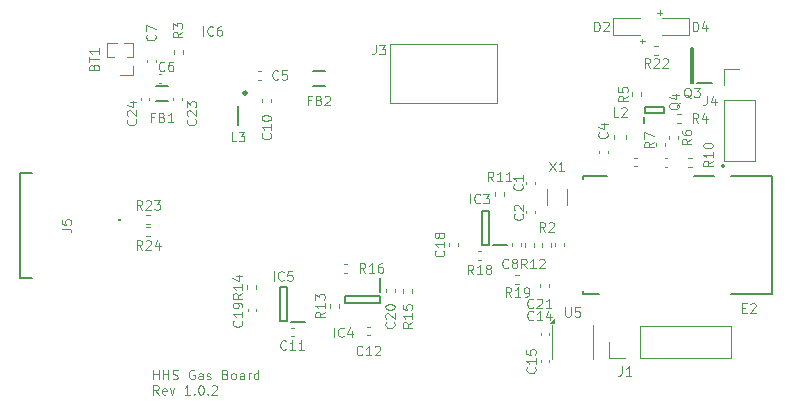
<source format=gto>
%TF.GenerationSoftware,KiCad,Pcbnew,8.0.2-1*%
%TF.CreationDate,2024-09-12T10:11:59+09:00*%
%TF.ProjectId,gas_nrf52832,6761735f-6e72-4663-9532-3833322e6b69,rev?*%
%TF.SameCoordinates,Original*%
%TF.FileFunction,Legend,Top*%
%TF.FilePolarity,Positive*%
%FSLAX46Y46*%
G04 Gerber Fmt 4.6, Leading zero omitted, Abs format (unit mm)*
G04 Created by KiCad (PCBNEW 8.0.2-1) date 2024-09-12 10:11:59*
%MOMM*%
%LPD*%
G01*
G04 APERTURE LIST*
%ADD10C,0.125000*%
%ADD11C,0.120000*%
%ADD12C,0.200000*%
%ADD13C,0.100000*%
%ADD14C,0.150000*%
%ADD15C,0.254000*%
%ADD16C,0.127000*%
G04 APERTURE END LIST*
D10*
X100872712Y-107157640D02*
X100872712Y-106357640D01*
X100872712Y-106738592D02*
X101329855Y-106738592D01*
X101329855Y-107157640D02*
X101329855Y-106357640D01*
X101710807Y-107157640D02*
X101710807Y-106357640D01*
X101710807Y-106738592D02*
X102167950Y-106738592D01*
X102167950Y-107157640D02*
X102167950Y-106357640D01*
X102510806Y-107119545D02*
X102625092Y-107157640D01*
X102625092Y-107157640D02*
X102815568Y-107157640D01*
X102815568Y-107157640D02*
X102891759Y-107119545D01*
X102891759Y-107119545D02*
X102929854Y-107081449D01*
X102929854Y-107081449D02*
X102967949Y-107005259D01*
X102967949Y-107005259D02*
X102967949Y-106929068D01*
X102967949Y-106929068D02*
X102929854Y-106852878D01*
X102929854Y-106852878D02*
X102891759Y-106814783D01*
X102891759Y-106814783D02*
X102815568Y-106776687D01*
X102815568Y-106776687D02*
X102663187Y-106738592D01*
X102663187Y-106738592D02*
X102586997Y-106700497D01*
X102586997Y-106700497D02*
X102548902Y-106662402D01*
X102548902Y-106662402D02*
X102510806Y-106586211D01*
X102510806Y-106586211D02*
X102510806Y-106510021D01*
X102510806Y-106510021D02*
X102548902Y-106433830D01*
X102548902Y-106433830D02*
X102586997Y-106395735D01*
X102586997Y-106395735D02*
X102663187Y-106357640D01*
X102663187Y-106357640D02*
X102853664Y-106357640D01*
X102853664Y-106357640D02*
X102967949Y-106395735D01*
X104339378Y-106395735D02*
X104263188Y-106357640D01*
X104263188Y-106357640D02*
X104148902Y-106357640D01*
X104148902Y-106357640D02*
X104034616Y-106395735D01*
X104034616Y-106395735D02*
X103958426Y-106471925D01*
X103958426Y-106471925D02*
X103920331Y-106548116D01*
X103920331Y-106548116D02*
X103882235Y-106700497D01*
X103882235Y-106700497D02*
X103882235Y-106814783D01*
X103882235Y-106814783D02*
X103920331Y-106967164D01*
X103920331Y-106967164D02*
X103958426Y-107043354D01*
X103958426Y-107043354D02*
X104034616Y-107119545D01*
X104034616Y-107119545D02*
X104148902Y-107157640D01*
X104148902Y-107157640D02*
X104225093Y-107157640D01*
X104225093Y-107157640D02*
X104339378Y-107119545D01*
X104339378Y-107119545D02*
X104377474Y-107081449D01*
X104377474Y-107081449D02*
X104377474Y-106814783D01*
X104377474Y-106814783D02*
X104225093Y-106814783D01*
X105063188Y-107157640D02*
X105063188Y-106738592D01*
X105063188Y-106738592D02*
X105025093Y-106662402D01*
X105025093Y-106662402D02*
X104948902Y-106624306D01*
X104948902Y-106624306D02*
X104796521Y-106624306D01*
X104796521Y-106624306D02*
X104720331Y-106662402D01*
X105063188Y-107119545D02*
X104986997Y-107157640D01*
X104986997Y-107157640D02*
X104796521Y-107157640D01*
X104796521Y-107157640D02*
X104720331Y-107119545D01*
X104720331Y-107119545D02*
X104682235Y-107043354D01*
X104682235Y-107043354D02*
X104682235Y-106967164D01*
X104682235Y-106967164D02*
X104720331Y-106890973D01*
X104720331Y-106890973D02*
X104796521Y-106852878D01*
X104796521Y-106852878D02*
X104986997Y-106852878D01*
X104986997Y-106852878D02*
X105063188Y-106814783D01*
X105406045Y-107119545D02*
X105482236Y-107157640D01*
X105482236Y-107157640D02*
X105634617Y-107157640D01*
X105634617Y-107157640D02*
X105710807Y-107119545D01*
X105710807Y-107119545D02*
X105748903Y-107043354D01*
X105748903Y-107043354D02*
X105748903Y-107005259D01*
X105748903Y-107005259D02*
X105710807Y-106929068D01*
X105710807Y-106929068D02*
X105634617Y-106890973D01*
X105634617Y-106890973D02*
X105520331Y-106890973D01*
X105520331Y-106890973D02*
X105444141Y-106852878D01*
X105444141Y-106852878D02*
X105406045Y-106776687D01*
X105406045Y-106776687D02*
X105406045Y-106738592D01*
X105406045Y-106738592D02*
X105444141Y-106662402D01*
X105444141Y-106662402D02*
X105520331Y-106624306D01*
X105520331Y-106624306D02*
X105634617Y-106624306D01*
X105634617Y-106624306D02*
X105710807Y-106662402D01*
X106967950Y-106738592D02*
X107082236Y-106776687D01*
X107082236Y-106776687D02*
X107120331Y-106814783D01*
X107120331Y-106814783D02*
X107158427Y-106890973D01*
X107158427Y-106890973D02*
X107158427Y-107005259D01*
X107158427Y-107005259D02*
X107120331Y-107081449D01*
X107120331Y-107081449D02*
X107082236Y-107119545D01*
X107082236Y-107119545D02*
X107006046Y-107157640D01*
X107006046Y-107157640D02*
X106701284Y-107157640D01*
X106701284Y-107157640D02*
X106701284Y-106357640D01*
X106701284Y-106357640D02*
X106967950Y-106357640D01*
X106967950Y-106357640D02*
X107044141Y-106395735D01*
X107044141Y-106395735D02*
X107082236Y-106433830D01*
X107082236Y-106433830D02*
X107120331Y-106510021D01*
X107120331Y-106510021D02*
X107120331Y-106586211D01*
X107120331Y-106586211D02*
X107082236Y-106662402D01*
X107082236Y-106662402D02*
X107044141Y-106700497D01*
X107044141Y-106700497D02*
X106967950Y-106738592D01*
X106967950Y-106738592D02*
X106701284Y-106738592D01*
X107615569Y-107157640D02*
X107539379Y-107119545D01*
X107539379Y-107119545D02*
X107501284Y-107081449D01*
X107501284Y-107081449D02*
X107463188Y-107005259D01*
X107463188Y-107005259D02*
X107463188Y-106776687D01*
X107463188Y-106776687D02*
X107501284Y-106700497D01*
X107501284Y-106700497D02*
X107539379Y-106662402D01*
X107539379Y-106662402D02*
X107615569Y-106624306D01*
X107615569Y-106624306D02*
X107729855Y-106624306D01*
X107729855Y-106624306D02*
X107806046Y-106662402D01*
X107806046Y-106662402D02*
X107844141Y-106700497D01*
X107844141Y-106700497D02*
X107882236Y-106776687D01*
X107882236Y-106776687D02*
X107882236Y-107005259D01*
X107882236Y-107005259D02*
X107844141Y-107081449D01*
X107844141Y-107081449D02*
X107806046Y-107119545D01*
X107806046Y-107119545D02*
X107729855Y-107157640D01*
X107729855Y-107157640D02*
X107615569Y-107157640D01*
X108567951Y-107157640D02*
X108567951Y-106738592D01*
X108567951Y-106738592D02*
X108529856Y-106662402D01*
X108529856Y-106662402D02*
X108453665Y-106624306D01*
X108453665Y-106624306D02*
X108301284Y-106624306D01*
X108301284Y-106624306D02*
X108225094Y-106662402D01*
X108567951Y-107119545D02*
X108491760Y-107157640D01*
X108491760Y-107157640D02*
X108301284Y-107157640D01*
X108301284Y-107157640D02*
X108225094Y-107119545D01*
X108225094Y-107119545D02*
X108186998Y-107043354D01*
X108186998Y-107043354D02*
X108186998Y-106967164D01*
X108186998Y-106967164D02*
X108225094Y-106890973D01*
X108225094Y-106890973D02*
X108301284Y-106852878D01*
X108301284Y-106852878D02*
X108491760Y-106852878D01*
X108491760Y-106852878D02*
X108567951Y-106814783D01*
X108948904Y-107157640D02*
X108948904Y-106624306D01*
X108948904Y-106776687D02*
X108986999Y-106700497D01*
X108986999Y-106700497D02*
X109025094Y-106662402D01*
X109025094Y-106662402D02*
X109101285Y-106624306D01*
X109101285Y-106624306D02*
X109177475Y-106624306D01*
X109786999Y-107157640D02*
X109786999Y-106357640D01*
X109786999Y-107119545D02*
X109710808Y-107157640D01*
X109710808Y-107157640D02*
X109558427Y-107157640D01*
X109558427Y-107157640D02*
X109482237Y-107119545D01*
X109482237Y-107119545D02*
X109444142Y-107081449D01*
X109444142Y-107081449D02*
X109406046Y-107005259D01*
X109406046Y-107005259D02*
X109406046Y-106776687D01*
X109406046Y-106776687D02*
X109444142Y-106700497D01*
X109444142Y-106700497D02*
X109482237Y-106662402D01*
X109482237Y-106662402D02*
X109558427Y-106624306D01*
X109558427Y-106624306D02*
X109710808Y-106624306D01*
X109710808Y-106624306D02*
X109786999Y-106662402D01*
X101329855Y-108445595D02*
X101063188Y-108064642D01*
X100872712Y-108445595D02*
X100872712Y-107645595D01*
X100872712Y-107645595D02*
X101177474Y-107645595D01*
X101177474Y-107645595D02*
X101253664Y-107683690D01*
X101253664Y-107683690D02*
X101291759Y-107721785D01*
X101291759Y-107721785D02*
X101329855Y-107797976D01*
X101329855Y-107797976D02*
X101329855Y-107912261D01*
X101329855Y-107912261D02*
X101291759Y-107988452D01*
X101291759Y-107988452D02*
X101253664Y-108026547D01*
X101253664Y-108026547D02*
X101177474Y-108064642D01*
X101177474Y-108064642D02*
X100872712Y-108064642D01*
X101977474Y-108407500D02*
X101901283Y-108445595D01*
X101901283Y-108445595D02*
X101748902Y-108445595D01*
X101748902Y-108445595D02*
X101672712Y-108407500D01*
X101672712Y-108407500D02*
X101634616Y-108331309D01*
X101634616Y-108331309D02*
X101634616Y-108026547D01*
X101634616Y-108026547D02*
X101672712Y-107950357D01*
X101672712Y-107950357D02*
X101748902Y-107912261D01*
X101748902Y-107912261D02*
X101901283Y-107912261D01*
X101901283Y-107912261D02*
X101977474Y-107950357D01*
X101977474Y-107950357D02*
X102015569Y-108026547D01*
X102015569Y-108026547D02*
X102015569Y-108102738D01*
X102015569Y-108102738D02*
X101634616Y-108178928D01*
X102282235Y-107912261D02*
X102472711Y-108445595D01*
X102472711Y-108445595D02*
X102663188Y-107912261D01*
X103996521Y-108445595D02*
X103539378Y-108445595D01*
X103767950Y-108445595D02*
X103767950Y-107645595D01*
X103767950Y-107645595D02*
X103691759Y-107759880D01*
X103691759Y-107759880D02*
X103615569Y-107836071D01*
X103615569Y-107836071D02*
X103539378Y-107874166D01*
X104339379Y-108369404D02*
X104377474Y-108407500D01*
X104377474Y-108407500D02*
X104339379Y-108445595D01*
X104339379Y-108445595D02*
X104301283Y-108407500D01*
X104301283Y-108407500D02*
X104339379Y-108369404D01*
X104339379Y-108369404D02*
X104339379Y-108445595D01*
X104872712Y-107645595D02*
X104948902Y-107645595D01*
X104948902Y-107645595D02*
X105025093Y-107683690D01*
X105025093Y-107683690D02*
X105063188Y-107721785D01*
X105063188Y-107721785D02*
X105101283Y-107797976D01*
X105101283Y-107797976D02*
X105139378Y-107950357D01*
X105139378Y-107950357D02*
X105139378Y-108140833D01*
X105139378Y-108140833D02*
X105101283Y-108293214D01*
X105101283Y-108293214D02*
X105063188Y-108369404D01*
X105063188Y-108369404D02*
X105025093Y-108407500D01*
X105025093Y-108407500D02*
X104948902Y-108445595D01*
X104948902Y-108445595D02*
X104872712Y-108445595D01*
X104872712Y-108445595D02*
X104796521Y-108407500D01*
X104796521Y-108407500D02*
X104758426Y-108369404D01*
X104758426Y-108369404D02*
X104720331Y-108293214D01*
X104720331Y-108293214D02*
X104682235Y-108140833D01*
X104682235Y-108140833D02*
X104682235Y-107950357D01*
X104682235Y-107950357D02*
X104720331Y-107797976D01*
X104720331Y-107797976D02*
X104758426Y-107721785D01*
X104758426Y-107721785D02*
X104796521Y-107683690D01*
X104796521Y-107683690D02*
X104872712Y-107645595D01*
X105482236Y-108369404D02*
X105520331Y-108407500D01*
X105520331Y-108407500D02*
X105482236Y-108445595D01*
X105482236Y-108445595D02*
X105444140Y-108407500D01*
X105444140Y-108407500D02*
X105482236Y-108369404D01*
X105482236Y-108369404D02*
X105482236Y-108445595D01*
X105825092Y-107721785D02*
X105863188Y-107683690D01*
X105863188Y-107683690D02*
X105939378Y-107645595D01*
X105939378Y-107645595D02*
X106129854Y-107645595D01*
X106129854Y-107645595D02*
X106206045Y-107683690D01*
X106206045Y-107683690D02*
X106244140Y-107721785D01*
X106244140Y-107721785D02*
X106282235Y-107797976D01*
X106282235Y-107797976D02*
X106282235Y-107874166D01*
X106282235Y-107874166D02*
X106244140Y-107988452D01*
X106244140Y-107988452D02*
X105786997Y-108445595D01*
X105786997Y-108445595D02*
X106282235Y-108445595D01*
X143263595Y-87033332D02*
X142882642Y-87299999D01*
X143263595Y-87490475D02*
X142463595Y-87490475D01*
X142463595Y-87490475D02*
X142463595Y-87185713D01*
X142463595Y-87185713D02*
X142501690Y-87109523D01*
X142501690Y-87109523D02*
X142539785Y-87071428D01*
X142539785Y-87071428D02*
X142615976Y-87033332D01*
X142615976Y-87033332D02*
X142730261Y-87033332D01*
X142730261Y-87033332D02*
X142806452Y-87071428D01*
X142806452Y-87071428D02*
X142844547Y-87109523D01*
X142844547Y-87109523D02*
X142882642Y-87185713D01*
X142882642Y-87185713D02*
X142882642Y-87490475D01*
X142463595Y-86766666D02*
X142463595Y-86233332D01*
X142463595Y-86233332D02*
X143263595Y-86576190D01*
X127980714Y-98248595D02*
X127714047Y-97867642D01*
X127523571Y-98248595D02*
X127523571Y-97448595D01*
X127523571Y-97448595D02*
X127828333Y-97448595D01*
X127828333Y-97448595D02*
X127904523Y-97486690D01*
X127904523Y-97486690D02*
X127942618Y-97524785D01*
X127942618Y-97524785D02*
X127980714Y-97600976D01*
X127980714Y-97600976D02*
X127980714Y-97715261D01*
X127980714Y-97715261D02*
X127942618Y-97791452D01*
X127942618Y-97791452D02*
X127904523Y-97829547D01*
X127904523Y-97829547D02*
X127828333Y-97867642D01*
X127828333Y-97867642D02*
X127523571Y-97867642D01*
X128742618Y-98248595D02*
X128285475Y-98248595D01*
X128514047Y-98248595D02*
X128514047Y-97448595D01*
X128514047Y-97448595D02*
X128437856Y-97562880D01*
X128437856Y-97562880D02*
X128361666Y-97639071D01*
X128361666Y-97639071D02*
X128285475Y-97677166D01*
X129199761Y-97791452D02*
X129123571Y-97753357D01*
X129123571Y-97753357D02*
X129085476Y-97715261D01*
X129085476Y-97715261D02*
X129047380Y-97639071D01*
X129047380Y-97639071D02*
X129047380Y-97600976D01*
X129047380Y-97600976D02*
X129085476Y-97524785D01*
X129085476Y-97524785D02*
X129123571Y-97486690D01*
X129123571Y-97486690D02*
X129199761Y-97448595D01*
X129199761Y-97448595D02*
X129352142Y-97448595D01*
X129352142Y-97448595D02*
X129428333Y-97486690D01*
X129428333Y-97486690D02*
X129466428Y-97524785D01*
X129466428Y-97524785D02*
X129504523Y-97600976D01*
X129504523Y-97600976D02*
X129504523Y-97639071D01*
X129504523Y-97639071D02*
X129466428Y-97715261D01*
X129466428Y-97715261D02*
X129428333Y-97753357D01*
X129428333Y-97753357D02*
X129352142Y-97791452D01*
X129352142Y-97791452D02*
X129199761Y-97791452D01*
X129199761Y-97791452D02*
X129123571Y-97829547D01*
X129123571Y-97829547D02*
X129085476Y-97867642D01*
X129085476Y-97867642D02*
X129047380Y-97943833D01*
X129047380Y-97943833D02*
X129047380Y-98096214D01*
X129047380Y-98096214D02*
X129085476Y-98172404D01*
X129085476Y-98172404D02*
X129123571Y-98210500D01*
X129123571Y-98210500D02*
X129199761Y-98248595D01*
X129199761Y-98248595D02*
X129352142Y-98248595D01*
X129352142Y-98248595D02*
X129428333Y-98210500D01*
X129428333Y-98210500D02*
X129466428Y-98172404D01*
X129466428Y-98172404D02*
X129504523Y-98096214D01*
X129504523Y-98096214D02*
X129504523Y-97943833D01*
X129504523Y-97943833D02*
X129466428Y-97867642D01*
X129466428Y-97867642D02*
X129428333Y-97829547D01*
X129428333Y-97829547D02*
X129352142Y-97791452D01*
X107916666Y-87008595D02*
X107535714Y-87008595D01*
X107535714Y-87008595D02*
X107535714Y-86208595D01*
X108107142Y-86208595D02*
X108602380Y-86208595D01*
X108602380Y-86208595D02*
X108335714Y-86513357D01*
X108335714Y-86513357D02*
X108449999Y-86513357D01*
X108449999Y-86513357D02*
X108526190Y-86551452D01*
X108526190Y-86551452D02*
X108564285Y-86589547D01*
X108564285Y-86589547D02*
X108602380Y-86665738D01*
X108602380Y-86665738D02*
X108602380Y-86856214D01*
X108602380Y-86856214D02*
X108564285Y-86932404D01*
X108564285Y-86932404D02*
X108526190Y-86970500D01*
X108526190Y-86970500D02*
X108449999Y-87008595D01*
X108449999Y-87008595D02*
X108221428Y-87008595D01*
X108221428Y-87008595D02*
X108145237Y-86970500D01*
X108145237Y-86970500D02*
X108107142Y-86932404D01*
X108357404Y-102189285D02*
X108395500Y-102227381D01*
X108395500Y-102227381D02*
X108433595Y-102341666D01*
X108433595Y-102341666D02*
X108433595Y-102417857D01*
X108433595Y-102417857D02*
X108395500Y-102532143D01*
X108395500Y-102532143D02*
X108319309Y-102608333D01*
X108319309Y-102608333D02*
X108243119Y-102646428D01*
X108243119Y-102646428D02*
X108090738Y-102684524D01*
X108090738Y-102684524D02*
X107976452Y-102684524D01*
X107976452Y-102684524D02*
X107824071Y-102646428D01*
X107824071Y-102646428D02*
X107747880Y-102608333D01*
X107747880Y-102608333D02*
X107671690Y-102532143D01*
X107671690Y-102532143D02*
X107633595Y-102417857D01*
X107633595Y-102417857D02*
X107633595Y-102341666D01*
X107633595Y-102341666D02*
X107671690Y-102227381D01*
X107671690Y-102227381D02*
X107709785Y-102189285D01*
X108433595Y-101427381D02*
X108433595Y-101884524D01*
X108433595Y-101655952D02*
X107633595Y-101655952D01*
X107633595Y-101655952D02*
X107747880Y-101732143D01*
X107747880Y-101732143D02*
X107824071Y-101808333D01*
X107824071Y-101808333D02*
X107862166Y-101884524D01*
X108433595Y-101046428D02*
X108433595Y-100894047D01*
X108433595Y-100894047D02*
X108395500Y-100817857D01*
X108395500Y-100817857D02*
X108357404Y-100779761D01*
X108357404Y-100779761D02*
X108243119Y-100703571D01*
X108243119Y-100703571D02*
X108090738Y-100665476D01*
X108090738Y-100665476D02*
X107785976Y-100665476D01*
X107785976Y-100665476D02*
X107709785Y-100703571D01*
X107709785Y-100703571D02*
X107671690Y-100741666D01*
X107671690Y-100741666D02*
X107633595Y-100817857D01*
X107633595Y-100817857D02*
X107633595Y-100970238D01*
X107633595Y-100970238D02*
X107671690Y-101046428D01*
X107671690Y-101046428D02*
X107709785Y-101084523D01*
X107709785Y-101084523D02*
X107785976Y-101122619D01*
X107785976Y-101122619D02*
X107976452Y-101122619D01*
X107976452Y-101122619D02*
X108052642Y-101084523D01*
X108052642Y-101084523D02*
X108090738Y-101046428D01*
X108090738Y-101046428D02*
X108128833Y-100970238D01*
X108128833Y-100970238D02*
X108128833Y-100817857D01*
X108128833Y-100817857D02*
X108090738Y-100741666D01*
X108090738Y-100741666D02*
X108052642Y-100703571D01*
X108052642Y-100703571D02*
X107976452Y-100665476D01*
X138229524Y-77663595D02*
X138229524Y-76863595D01*
X138229524Y-76863595D02*
X138420000Y-76863595D01*
X138420000Y-76863595D02*
X138534286Y-76901690D01*
X138534286Y-76901690D02*
X138610476Y-76977880D01*
X138610476Y-76977880D02*
X138648571Y-77054071D01*
X138648571Y-77054071D02*
X138686667Y-77206452D01*
X138686667Y-77206452D02*
X138686667Y-77320738D01*
X138686667Y-77320738D02*
X138648571Y-77473119D01*
X138648571Y-77473119D02*
X138610476Y-77549309D01*
X138610476Y-77549309D02*
X138534286Y-77625500D01*
X138534286Y-77625500D02*
X138420000Y-77663595D01*
X138420000Y-77663595D02*
X138229524Y-77663595D01*
X138991428Y-76939785D02*
X139029524Y-76901690D01*
X139029524Y-76901690D02*
X139105714Y-76863595D01*
X139105714Y-76863595D02*
X139296190Y-76863595D01*
X139296190Y-76863595D02*
X139372381Y-76901690D01*
X139372381Y-76901690D02*
X139410476Y-76939785D01*
X139410476Y-76939785D02*
X139448571Y-77015976D01*
X139448571Y-77015976D02*
X139448571Y-77092166D01*
X139448571Y-77092166D02*
X139410476Y-77206452D01*
X139410476Y-77206452D02*
X138953333Y-77663595D01*
X138953333Y-77663595D02*
X139448571Y-77663595D01*
X141063595Y-83143332D02*
X140682642Y-83409999D01*
X141063595Y-83600475D02*
X140263595Y-83600475D01*
X140263595Y-83600475D02*
X140263595Y-83295713D01*
X140263595Y-83295713D02*
X140301690Y-83219523D01*
X140301690Y-83219523D02*
X140339785Y-83181428D01*
X140339785Y-83181428D02*
X140415976Y-83143332D01*
X140415976Y-83143332D02*
X140530261Y-83143332D01*
X140530261Y-83143332D02*
X140606452Y-83181428D01*
X140606452Y-83181428D02*
X140644547Y-83219523D01*
X140644547Y-83219523D02*
X140682642Y-83295713D01*
X140682642Y-83295713D02*
X140682642Y-83600475D01*
X140263595Y-82419523D02*
X140263595Y-82800475D01*
X140263595Y-82800475D02*
X140644547Y-82838571D01*
X140644547Y-82838571D02*
X140606452Y-82800475D01*
X140606452Y-82800475D02*
X140568357Y-82724285D01*
X140568357Y-82724285D02*
X140568357Y-82533809D01*
X140568357Y-82533809D02*
X140606452Y-82457618D01*
X140606452Y-82457618D02*
X140644547Y-82419523D01*
X140644547Y-82419523D02*
X140720738Y-82381428D01*
X140720738Y-82381428D02*
X140911214Y-82381428D01*
X140911214Y-82381428D02*
X140987404Y-82419523D01*
X140987404Y-82419523D02*
X141025500Y-82457618D01*
X141025500Y-82457618D02*
X141063595Y-82533809D01*
X141063595Y-82533809D02*
X141063595Y-82724285D01*
X141063595Y-82724285D02*
X141025500Y-82800475D01*
X141025500Y-82800475D02*
X140987404Y-82838571D01*
X95824547Y-80698571D02*
X95862642Y-80584285D01*
X95862642Y-80584285D02*
X95900738Y-80546190D01*
X95900738Y-80546190D02*
X95976928Y-80508094D01*
X95976928Y-80508094D02*
X96091214Y-80508094D01*
X96091214Y-80508094D02*
X96167404Y-80546190D01*
X96167404Y-80546190D02*
X96205500Y-80584285D01*
X96205500Y-80584285D02*
X96243595Y-80660475D01*
X96243595Y-80660475D02*
X96243595Y-80965237D01*
X96243595Y-80965237D02*
X95443595Y-80965237D01*
X95443595Y-80965237D02*
X95443595Y-80698571D01*
X95443595Y-80698571D02*
X95481690Y-80622380D01*
X95481690Y-80622380D02*
X95519785Y-80584285D01*
X95519785Y-80584285D02*
X95595976Y-80546190D01*
X95595976Y-80546190D02*
X95672166Y-80546190D01*
X95672166Y-80546190D02*
X95748357Y-80584285D01*
X95748357Y-80584285D02*
X95786452Y-80622380D01*
X95786452Y-80622380D02*
X95824547Y-80698571D01*
X95824547Y-80698571D02*
X95824547Y-80965237D01*
X95443595Y-80279523D02*
X95443595Y-79822380D01*
X96243595Y-80050952D02*
X95443595Y-80050952D01*
X96243595Y-79136666D02*
X96243595Y-79593809D01*
X96243595Y-79365237D02*
X95443595Y-79365237D01*
X95443595Y-79365237D02*
X95557880Y-79441428D01*
X95557880Y-79441428D02*
X95634071Y-79517618D01*
X95634071Y-79517618D02*
X95672166Y-79593809D01*
X140558333Y-106038595D02*
X140558333Y-106610023D01*
X140558333Y-106610023D02*
X140520238Y-106724309D01*
X140520238Y-106724309D02*
X140444047Y-106800500D01*
X140444047Y-106800500D02*
X140329762Y-106838595D01*
X140329762Y-106838595D02*
X140253571Y-106838595D01*
X141358333Y-106838595D02*
X140901190Y-106838595D01*
X141129762Y-106838595D02*
X141129762Y-106038595D01*
X141129762Y-106038595D02*
X141053571Y-106152880D01*
X141053571Y-106152880D02*
X140977381Y-106229071D01*
X140977381Y-106229071D02*
X140901190Y-106267166D01*
X134402380Y-88713595D02*
X134935714Y-89513595D01*
X134935714Y-88713595D02*
X134402380Y-89513595D01*
X135659523Y-89513595D02*
X135202380Y-89513595D01*
X135430952Y-89513595D02*
X135430952Y-88713595D01*
X135430952Y-88713595D02*
X135354761Y-88827880D01*
X135354761Y-88827880D02*
X135278571Y-88904071D01*
X135278571Y-88904071D02*
X135202380Y-88942166D01*
X114233333Y-83534547D02*
X113966667Y-83534547D01*
X113966667Y-83953595D02*
X113966667Y-83153595D01*
X113966667Y-83153595D02*
X114347619Y-83153595D01*
X114919047Y-83534547D02*
X115033333Y-83572642D01*
X115033333Y-83572642D02*
X115071428Y-83610738D01*
X115071428Y-83610738D02*
X115109524Y-83686928D01*
X115109524Y-83686928D02*
X115109524Y-83801214D01*
X115109524Y-83801214D02*
X115071428Y-83877404D01*
X115071428Y-83877404D02*
X115033333Y-83915500D01*
X115033333Y-83915500D02*
X114957143Y-83953595D01*
X114957143Y-83953595D02*
X114652381Y-83953595D01*
X114652381Y-83953595D02*
X114652381Y-83153595D01*
X114652381Y-83153595D02*
X114919047Y-83153595D01*
X114919047Y-83153595D02*
X114995238Y-83191690D01*
X114995238Y-83191690D02*
X115033333Y-83229785D01*
X115033333Y-83229785D02*
X115071428Y-83305976D01*
X115071428Y-83305976D02*
X115071428Y-83382166D01*
X115071428Y-83382166D02*
X115033333Y-83458357D01*
X115033333Y-83458357D02*
X114995238Y-83496452D01*
X114995238Y-83496452D02*
X114919047Y-83534547D01*
X114919047Y-83534547D02*
X114652381Y-83534547D01*
X115414285Y-83229785D02*
X115452381Y-83191690D01*
X115452381Y-83191690D02*
X115528571Y-83153595D01*
X115528571Y-83153595D02*
X115719047Y-83153595D01*
X115719047Y-83153595D02*
X115795238Y-83191690D01*
X115795238Y-83191690D02*
X115833333Y-83229785D01*
X115833333Y-83229785D02*
X115871428Y-83305976D01*
X115871428Y-83305976D02*
X115871428Y-83382166D01*
X115871428Y-83382166D02*
X115833333Y-83496452D01*
X115833333Y-83496452D02*
X115376190Y-83953595D01*
X115376190Y-83953595D02*
X115871428Y-83953595D01*
X119703333Y-78843595D02*
X119703333Y-79415023D01*
X119703333Y-79415023D02*
X119665238Y-79529309D01*
X119665238Y-79529309D02*
X119589047Y-79605500D01*
X119589047Y-79605500D02*
X119474762Y-79643595D01*
X119474762Y-79643595D02*
X119398571Y-79643595D01*
X120008095Y-78843595D02*
X120503333Y-78843595D01*
X120503333Y-78843595D02*
X120236667Y-79148357D01*
X120236667Y-79148357D02*
X120350952Y-79148357D01*
X120350952Y-79148357D02*
X120427143Y-79186452D01*
X120427143Y-79186452D02*
X120465238Y-79224547D01*
X120465238Y-79224547D02*
X120503333Y-79300738D01*
X120503333Y-79300738D02*
X120503333Y-79491214D01*
X120503333Y-79491214D02*
X120465238Y-79567404D01*
X120465238Y-79567404D02*
X120427143Y-79605500D01*
X120427143Y-79605500D02*
X120350952Y-79643595D01*
X120350952Y-79643595D02*
X120122381Y-79643595D01*
X120122381Y-79643595D02*
X120046190Y-79605500D01*
X120046190Y-79605500D02*
X120008095Y-79567404D01*
X105119048Y-78058595D02*
X105119048Y-77258595D01*
X105957143Y-77982404D02*
X105919047Y-78020500D01*
X105919047Y-78020500D02*
X105804762Y-78058595D01*
X105804762Y-78058595D02*
X105728571Y-78058595D01*
X105728571Y-78058595D02*
X105614285Y-78020500D01*
X105614285Y-78020500D02*
X105538095Y-77944309D01*
X105538095Y-77944309D02*
X105500000Y-77868119D01*
X105500000Y-77868119D02*
X105461904Y-77715738D01*
X105461904Y-77715738D02*
X105461904Y-77601452D01*
X105461904Y-77601452D02*
X105500000Y-77449071D01*
X105500000Y-77449071D02*
X105538095Y-77372880D01*
X105538095Y-77372880D02*
X105614285Y-77296690D01*
X105614285Y-77296690D02*
X105728571Y-77258595D01*
X105728571Y-77258595D02*
X105804762Y-77258595D01*
X105804762Y-77258595D02*
X105919047Y-77296690D01*
X105919047Y-77296690D02*
X105957143Y-77334785D01*
X106642857Y-77258595D02*
X106490476Y-77258595D01*
X106490476Y-77258595D02*
X106414285Y-77296690D01*
X106414285Y-77296690D02*
X106376190Y-77334785D01*
X106376190Y-77334785D02*
X106300000Y-77449071D01*
X106300000Y-77449071D02*
X106261904Y-77601452D01*
X106261904Y-77601452D02*
X106261904Y-77906214D01*
X106261904Y-77906214D02*
X106300000Y-77982404D01*
X106300000Y-77982404D02*
X106338095Y-78020500D01*
X106338095Y-78020500D02*
X106414285Y-78058595D01*
X106414285Y-78058595D02*
X106566666Y-78058595D01*
X106566666Y-78058595D02*
X106642857Y-78020500D01*
X106642857Y-78020500D02*
X106680952Y-77982404D01*
X106680952Y-77982404D02*
X106719047Y-77906214D01*
X106719047Y-77906214D02*
X106719047Y-77715738D01*
X106719047Y-77715738D02*
X106680952Y-77639547D01*
X106680952Y-77639547D02*
X106642857Y-77601452D01*
X106642857Y-77601452D02*
X106566666Y-77563357D01*
X106566666Y-77563357D02*
X106414285Y-77563357D01*
X106414285Y-77563357D02*
X106338095Y-77601452D01*
X106338095Y-77601452D02*
X106300000Y-77639547D01*
X106300000Y-77639547D02*
X106261904Y-77715738D01*
X112130714Y-104572404D02*
X112092618Y-104610500D01*
X112092618Y-104610500D02*
X111978333Y-104648595D01*
X111978333Y-104648595D02*
X111902142Y-104648595D01*
X111902142Y-104648595D02*
X111787856Y-104610500D01*
X111787856Y-104610500D02*
X111711666Y-104534309D01*
X111711666Y-104534309D02*
X111673571Y-104458119D01*
X111673571Y-104458119D02*
X111635475Y-104305738D01*
X111635475Y-104305738D02*
X111635475Y-104191452D01*
X111635475Y-104191452D02*
X111673571Y-104039071D01*
X111673571Y-104039071D02*
X111711666Y-103962880D01*
X111711666Y-103962880D02*
X111787856Y-103886690D01*
X111787856Y-103886690D02*
X111902142Y-103848595D01*
X111902142Y-103848595D02*
X111978333Y-103848595D01*
X111978333Y-103848595D02*
X112092618Y-103886690D01*
X112092618Y-103886690D02*
X112130714Y-103924785D01*
X112892618Y-104648595D02*
X112435475Y-104648595D01*
X112664047Y-104648595D02*
X112664047Y-103848595D01*
X112664047Y-103848595D02*
X112587856Y-103962880D01*
X112587856Y-103962880D02*
X112511666Y-104039071D01*
X112511666Y-104039071D02*
X112435475Y-104077166D01*
X113654523Y-104648595D02*
X113197380Y-104648595D01*
X113425952Y-104648595D02*
X113425952Y-103848595D01*
X113425952Y-103848595D02*
X113349761Y-103962880D01*
X113349761Y-103962880D02*
X113273571Y-104039071D01*
X113273571Y-104039071D02*
X113197380Y-104077166D01*
X104437404Y-85144285D02*
X104475500Y-85182381D01*
X104475500Y-85182381D02*
X104513595Y-85296666D01*
X104513595Y-85296666D02*
X104513595Y-85372857D01*
X104513595Y-85372857D02*
X104475500Y-85487143D01*
X104475500Y-85487143D02*
X104399309Y-85563333D01*
X104399309Y-85563333D02*
X104323119Y-85601428D01*
X104323119Y-85601428D02*
X104170738Y-85639524D01*
X104170738Y-85639524D02*
X104056452Y-85639524D01*
X104056452Y-85639524D02*
X103904071Y-85601428D01*
X103904071Y-85601428D02*
X103827880Y-85563333D01*
X103827880Y-85563333D02*
X103751690Y-85487143D01*
X103751690Y-85487143D02*
X103713595Y-85372857D01*
X103713595Y-85372857D02*
X103713595Y-85296666D01*
X103713595Y-85296666D02*
X103751690Y-85182381D01*
X103751690Y-85182381D02*
X103789785Y-85144285D01*
X103789785Y-84839524D02*
X103751690Y-84801428D01*
X103751690Y-84801428D02*
X103713595Y-84725238D01*
X103713595Y-84725238D02*
X103713595Y-84534762D01*
X103713595Y-84534762D02*
X103751690Y-84458571D01*
X103751690Y-84458571D02*
X103789785Y-84420476D01*
X103789785Y-84420476D02*
X103865976Y-84382381D01*
X103865976Y-84382381D02*
X103942166Y-84382381D01*
X103942166Y-84382381D02*
X104056452Y-84420476D01*
X104056452Y-84420476D02*
X104513595Y-84877619D01*
X104513595Y-84877619D02*
X104513595Y-84382381D01*
X103713595Y-84115714D02*
X103713595Y-83620476D01*
X103713595Y-83620476D02*
X104018357Y-83887142D01*
X104018357Y-83887142D02*
X104018357Y-83772857D01*
X104018357Y-83772857D02*
X104056452Y-83696666D01*
X104056452Y-83696666D02*
X104094547Y-83658571D01*
X104094547Y-83658571D02*
X104170738Y-83620476D01*
X104170738Y-83620476D02*
X104361214Y-83620476D01*
X104361214Y-83620476D02*
X104437404Y-83658571D01*
X104437404Y-83658571D02*
X104475500Y-83696666D01*
X104475500Y-83696666D02*
X104513595Y-83772857D01*
X104513595Y-83772857D02*
X104513595Y-84001428D01*
X104513595Y-84001428D02*
X104475500Y-84077619D01*
X104475500Y-84077619D02*
X104437404Y-84115714D01*
X145449785Y-83716190D02*
X145411690Y-83792380D01*
X145411690Y-83792380D02*
X145335500Y-83868571D01*
X145335500Y-83868571D02*
X145221214Y-83982857D01*
X145221214Y-83982857D02*
X145183119Y-84059047D01*
X145183119Y-84059047D02*
X145183119Y-84135238D01*
X145373595Y-84097142D02*
X145335500Y-84173333D01*
X145335500Y-84173333D02*
X145259309Y-84249523D01*
X145259309Y-84249523D02*
X145106928Y-84287619D01*
X145106928Y-84287619D02*
X144840261Y-84287619D01*
X144840261Y-84287619D02*
X144687880Y-84249523D01*
X144687880Y-84249523D02*
X144611690Y-84173333D01*
X144611690Y-84173333D02*
X144573595Y-84097142D01*
X144573595Y-84097142D02*
X144573595Y-83944761D01*
X144573595Y-83944761D02*
X144611690Y-83868571D01*
X144611690Y-83868571D02*
X144687880Y-83792380D01*
X144687880Y-83792380D02*
X144840261Y-83754285D01*
X144840261Y-83754285D02*
X145106928Y-83754285D01*
X145106928Y-83754285D02*
X145259309Y-83792380D01*
X145259309Y-83792380D02*
X145335500Y-83868571D01*
X145335500Y-83868571D02*
X145373595Y-83944761D01*
X145373595Y-83944761D02*
X145373595Y-84097142D01*
X144840261Y-83068571D02*
X145373595Y-83068571D01*
X144535500Y-83259047D02*
X145106928Y-83449524D01*
X145106928Y-83449524D02*
X145106928Y-82954285D01*
X99377404Y-85144285D02*
X99415500Y-85182381D01*
X99415500Y-85182381D02*
X99453595Y-85296666D01*
X99453595Y-85296666D02*
X99453595Y-85372857D01*
X99453595Y-85372857D02*
X99415500Y-85487143D01*
X99415500Y-85487143D02*
X99339309Y-85563333D01*
X99339309Y-85563333D02*
X99263119Y-85601428D01*
X99263119Y-85601428D02*
X99110738Y-85639524D01*
X99110738Y-85639524D02*
X98996452Y-85639524D01*
X98996452Y-85639524D02*
X98844071Y-85601428D01*
X98844071Y-85601428D02*
X98767880Y-85563333D01*
X98767880Y-85563333D02*
X98691690Y-85487143D01*
X98691690Y-85487143D02*
X98653595Y-85372857D01*
X98653595Y-85372857D02*
X98653595Y-85296666D01*
X98653595Y-85296666D02*
X98691690Y-85182381D01*
X98691690Y-85182381D02*
X98729785Y-85144285D01*
X98729785Y-84839524D02*
X98691690Y-84801428D01*
X98691690Y-84801428D02*
X98653595Y-84725238D01*
X98653595Y-84725238D02*
X98653595Y-84534762D01*
X98653595Y-84534762D02*
X98691690Y-84458571D01*
X98691690Y-84458571D02*
X98729785Y-84420476D01*
X98729785Y-84420476D02*
X98805976Y-84382381D01*
X98805976Y-84382381D02*
X98882166Y-84382381D01*
X98882166Y-84382381D02*
X98996452Y-84420476D01*
X98996452Y-84420476D02*
X99453595Y-84877619D01*
X99453595Y-84877619D02*
X99453595Y-84382381D01*
X98920261Y-83696666D02*
X99453595Y-83696666D01*
X98615500Y-83887142D02*
X99186928Y-84077619D01*
X99186928Y-84077619D02*
X99186928Y-83582380D01*
X140266666Y-84913595D02*
X139885714Y-84913595D01*
X139885714Y-84913595D02*
X139885714Y-84113595D01*
X140495237Y-84189785D02*
X140533333Y-84151690D01*
X140533333Y-84151690D02*
X140609523Y-84113595D01*
X140609523Y-84113595D02*
X140799999Y-84113595D01*
X140799999Y-84113595D02*
X140876190Y-84151690D01*
X140876190Y-84151690D02*
X140914285Y-84189785D01*
X140914285Y-84189785D02*
X140952380Y-84265976D01*
X140952380Y-84265976D02*
X140952380Y-84342166D01*
X140952380Y-84342166D02*
X140914285Y-84456452D01*
X140914285Y-84456452D02*
X140457142Y-84913595D01*
X140457142Y-84913595D02*
X140952380Y-84913595D01*
X127719048Y-92263595D02*
X127719048Y-91463595D01*
X128557143Y-92187404D02*
X128519047Y-92225500D01*
X128519047Y-92225500D02*
X128404762Y-92263595D01*
X128404762Y-92263595D02*
X128328571Y-92263595D01*
X128328571Y-92263595D02*
X128214285Y-92225500D01*
X128214285Y-92225500D02*
X128138095Y-92149309D01*
X128138095Y-92149309D02*
X128100000Y-92073119D01*
X128100000Y-92073119D02*
X128061904Y-91920738D01*
X128061904Y-91920738D02*
X128061904Y-91806452D01*
X128061904Y-91806452D02*
X128100000Y-91654071D01*
X128100000Y-91654071D02*
X128138095Y-91577880D01*
X128138095Y-91577880D02*
X128214285Y-91501690D01*
X128214285Y-91501690D02*
X128328571Y-91463595D01*
X128328571Y-91463595D02*
X128404762Y-91463595D01*
X128404762Y-91463595D02*
X128519047Y-91501690D01*
X128519047Y-91501690D02*
X128557143Y-91539785D01*
X128823809Y-91463595D02*
X129319047Y-91463595D01*
X129319047Y-91463595D02*
X129052381Y-91768357D01*
X129052381Y-91768357D02*
X129166666Y-91768357D01*
X129166666Y-91768357D02*
X129242857Y-91806452D01*
X129242857Y-91806452D02*
X129280952Y-91844547D01*
X129280952Y-91844547D02*
X129319047Y-91920738D01*
X129319047Y-91920738D02*
X129319047Y-92111214D01*
X129319047Y-92111214D02*
X129280952Y-92187404D01*
X129280952Y-92187404D02*
X129242857Y-92225500D01*
X129242857Y-92225500D02*
X129166666Y-92263595D01*
X129166666Y-92263595D02*
X128938095Y-92263595D01*
X128938095Y-92263595D02*
X128861904Y-92225500D01*
X128861904Y-92225500D02*
X128823809Y-92187404D01*
X132485714Y-97763595D02*
X132219047Y-97382642D01*
X132028571Y-97763595D02*
X132028571Y-96963595D01*
X132028571Y-96963595D02*
X132333333Y-96963595D01*
X132333333Y-96963595D02*
X132409523Y-97001690D01*
X132409523Y-97001690D02*
X132447618Y-97039785D01*
X132447618Y-97039785D02*
X132485714Y-97115976D01*
X132485714Y-97115976D02*
X132485714Y-97230261D01*
X132485714Y-97230261D02*
X132447618Y-97306452D01*
X132447618Y-97306452D02*
X132409523Y-97344547D01*
X132409523Y-97344547D02*
X132333333Y-97382642D01*
X132333333Y-97382642D02*
X132028571Y-97382642D01*
X133247618Y-97763595D02*
X132790475Y-97763595D01*
X133019047Y-97763595D02*
X133019047Y-96963595D01*
X133019047Y-96963595D02*
X132942856Y-97077880D01*
X132942856Y-97077880D02*
X132866666Y-97154071D01*
X132866666Y-97154071D02*
X132790475Y-97192166D01*
X133552380Y-97039785D02*
X133590476Y-97001690D01*
X133590476Y-97001690D02*
X133666666Y-96963595D01*
X133666666Y-96963595D02*
X133857142Y-96963595D01*
X133857142Y-96963595D02*
X133933333Y-97001690D01*
X133933333Y-97001690D02*
X133971428Y-97039785D01*
X133971428Y-97039785D02*
X134009523Y-97115976D01*
X134009523Y-97115976D02*
X134009523Y-97192166D01*
X134009523Y-97192166D02*
X133971428Y-97306452D01*
X133971428Y-97306452D02*
X133514285Y-97763595D01*
X133514285Y-97763595D02*
X134009523Y-97763595D01*
X135780476Y-101066095D02*
X135780476Y-101713714D01*
X135780476Y-101713714D02*
X135818571Y-101789904D01*
X135818571Y-101789904D02*
X135856666Y-101828000D01*
X135856666Y-101828000D02*
X135932857Y-101866095D01*
X135932857Y-101866095D02*
X136085238Y-101866095D01*
X136085238Y-101866095D02*
X136161428Y-101828000D01*
X136161428Y-101828000D02*
X136199523Y-101789904D01*
X136199523Y-101789904D02*
X136237619Y-101713714D01*
X136237619Y-101713714D02*
X136237619Y-101066095D01*
X136999523Y-101066095D02*
X136618571Y-101066095D01*
X136618571Y-101066095D02*
X136580475Y-101447047D01*
X136580475Y-101447047D02*
X136618571Y-101408952D01*
X136618571Y-101408952D02*
X136694761Y-101370857D01*
X136694761Y-101370857D02*
X136885237Y-101370857D01*
X136885237Y-101370857D02*
X136961428Y-101408952D01*
X136961428Y-101408952D02*
X136999523Y-101447047D01*
X136999523Y-101447047D02*
X137037618Y-101523238D01*
X137037618Y-101523238D02*
X137037618Y-101713714D01*
X137037618Y-101713714D02*
X136999523Y-101789904D01*
X136999523Y-101789904D02*
X136961428Y-101828000D01*
X136961428Y-101828000D02*
X136885237Y-101866095D01*
X136885237Y-101866095D02*
X136694761Y-101866095D01*
X136694761Y-101866095D02*
X136618571Y-101828000D01*
X136618571Y-101828000D02*
X136580475Y-101789904D01*
X147733333Y-83163595D02*
X147733333Y-83735023D01*
X147733333Y-83735023D02*
X147695238Y-83849309D01*
X147695238Y-83849309D02*
X147619047Y-83925500D01*
X147619047Y-83925500D02*
X147504762Y-83963595D01*
X147504762Y-83963595D02*
X147428571Y-83963595D01*
X148457143Y-83430261D02*
X148457143Y-83963595D01*
X148266667Y-83125500D02*
X148076190Y-83696928D01*
X148076190Y-83696928D02*
X148571429Y-83696928D01*
X110767404Y-86334285D02*
X110805500Y-86372381D01*
X110805500Y-86372381D02*
X110843595Y-86486666D01*
X110843595Y-86486666D02*
X110843595Y-86562857D01*
X110843595Y-86562857D02*
X110805500Y-86677143D01*
X110805500Y-86677143D02*
X110729309Y-86753333D01*
X110729309Y-86753333D02*
X110653119Y-86791428D01*
X110653119Y-86791428D02*
X110500738Y-86829524D01*
X110500738Y-86829524D02*
X110386452Y-86829524D01*
X110386452Y-86829524D02*
X110234071Y-86791428D01*
X110234071Y-86791428D02*
X110157880Y-86753333D01*
X110157880Y-86753333D02*
X110081690Y-86677143D01*
X110081690Y-86677143D02*
X110043595Y-86562857D01*
X110043595Y-86562857D02*
X110043595Y-86486666D01*
X110043595Y-86486666D02*
X110081690Y-86372381D01*
X110081690Y-86372381D02*
X110119785Y-86334285D01*
X110843595Y-85572381D02*
X110843595Y-86029524D01*
X110843595Y-85800952D02*
X110043595Y-85800952D01*
X110043595Y-85800952D02*
X110157880Y-85877143D01*
X110157880Y-85877143D02*
X110234071Y-85953333D01*
X110234071Y-85953333D02*
X110272166Y-86029524D01*
X110043595Y-85077142D02*
X110043595Y-85000952D01*
X110043595Y-85000952D02*
X110081690Y-84924761D01*
X110081690Y-84924761D02*
X110119785Y-84886666D01*
X110119785Y-84886666D02*
X110195976Y-84848571D01*
X110195976Y-84848571D02*
X110348357Y-84810476D01*
X110348357Y-84810476D02*
X110538833Y-84810476D01*
X110538833Y-84810476D02*
X110691214Y-84848571D01*
X110691214Y-84848571D02*
X110767404Y-84886666D01*
X110767404Y-84886666D02*
X110805500Y-84924761D01*
X110805500Y-84924761D02*
X110843595Y-85000952D01*
X110843595Y-85000952D02*
X110843595Y-85077142D01*
X110843595Y-85077142D02*
X110805500Y-85153333D01*
X110805500Y-85153333D02*
X110767404Y-85191428D01*
X110767404Y-85191428D02*
X110691214Y-85229523D01*
X110691214Y-85229523D02*
X110538833Y-85267619D01*
X110538833Y-85267619D02*
X110348357Y-85267619D01*
X110348357Y-85267619D02*
X110195976Y-85229523D01*
X110195976Y-85229523D02*
X110119785Y-85191428D01*
X110119785Y-85191428D02*
X110081690Y-85153333D01*
X110081690Y-85153333D02*
X110043595Y-85077142D01*
X147016667Y-85413595D02*
X146750000Y-85032642D01*
X146559524Y-85413595D02*
X146559524Y-84613595D01*
X146559524Y-84613595D02*
X146864286Y-84613595D01*
X146864286Y-84613595D02*
X146940476Y-84651690D01*
X146940476Y-84651690D02*
X146978571Y-84689785D01*
X146978571Y-84689785D02*
X147016667Y-84765976D01*
X147016667Y-84765976D02*
X147016667Y-84880261D01*
X147016667Y-84880261D02*
X146978571Y-84956452D01*
X146978571Y-84956452D02*
X146940476Y-84994547D01*
X146940476Y-84994547D02*
X146864286Y-85032642D01*
X146864286Y-85032642D02*
X146559524Y-85032642D01*
X147702381Y-84880261D02*
X147702381Y-85413595D01*
X147511905Y-84575500D02*
X147321428Y-85146928D01*
X147321428Y-85146928D02*
X147816667Y-85146928D01*
X100997404Y-77963332D02*
X101035500Y-78001428D01*
X101035500Y-78001428D02*
X101073595Y-78115713D01*
X101073595Y-78115713D02*
X101073595Y-78191904D01*
X101073595Y-78191904D02*
X101035500Y-78306190D01*
X101035500Y-78306190D02*
X100959309Y-78382380D01*
X100959309Y-78382380D02*
X100883119Y-78420475D01*
X100883119Y-78420475D02*
X100730738Y-78458571D01*
X100730738Y-78458571D02*
X100616452Y-78458571D01*
X100616452Y-78458571D02*
X100464071Y-78420475D01*
X100464071Y-78420475D02*
X100387880Y-78382380D01*
X100387880Y-78382380D02*
X100311690Y-78306190D01*
X100311690Y-78306190D02*
X100273595Y-78191904D01*
X100273595Y-78191904D02*
X100273595Y-78115713D01*
X100273595Y-78115713D02*
X100311690Y-78001428D01*
X100311690Y-78001428D02*
X100349785Y-77963332D01*
X100273595Y-77696666D02*
X100273595Y-77163332D01*
X100273595Y-77163332D02*
X101073595Y-77506190D01*
X100943333Y-84964547D02*
X100676667Y-84964547D01*
X100676667Y-85383595D02*
X100676667Y-84583595D01*
X100676667Y-84583595D02*
X101057619Y-84583595D01*
X101629047Y-84964547D02*
X101743333Y-85002642D01*
X101743333Y-85002642D02*
X101781428Y-85040738D01*
X101781428Y-85040738D02*
X101819524Y-85116928D01*
X101819524Y-85116928D02*
X101819524Y-85231214D01*
X101819524Y-85231214D02*
X101781428Y-85307404D01*
X101781428Y-85307404D02*
X101743333Y-85345500D01*
X101743333Y-85345500D02*
X101667143Y-85383595D01*
X101667143Y-85383595D02*
X101362381Y-85383595D01*
X101362381Y-85383595D02*
X101362381Y-84583595D01*
X101362381Y-84583595D02*
X101629047Y-84583595D01*
X101629047Y-84583595D02*
X101705238Y-84621690D01*
X101705238Y-84621690D02*
X101743333Y-84659785D01*
X101743333Y-84659785D02*
X101781428Y-84735976D01*
X101781428Y-84735976D02*
X101781428Y-84812166D01*
X101781428Y-84812166D02*
X101743333Y-84888357D01*
X101743333Y-84888357D02*
X101705238Y-84926452D01*
X101705238Y-84926452D02*
X101629047Y-84964547D01*
X101629047Y-84964547D02*
X101362381Y-84964547D01*
X102581428Y-85383595D02*
X102124285Y-85383595D01*
X102352857Y-85383595D02*
X102352857Y-84583595D01*
X102352857Y-84583595D02*
X102276666Y-84697880D01*
X102276666Y-84697880D02*
X102200476Y-84774071D01*
X102200476Y-84774071D02*
X102124285Y-84812166D01*
X131185714Y-100163595D02*
X130919047Y-99782642D01*
X130728571Y-100163595D02*
X130728571Y-99363595D01*
X130728571Y-99363595D02*
X131033333Y-99363595D01*
X131033333Y-99363595D02*
X131109523Y-99401690D01*
X131109523Y-99401690D02*
X131147618Y-99439785D01*
X131147618Y-99439785D02*
X131185714Y-99515976D01*
X131185714Y-99515976D02*
X131185714Y-99630261D01*
X131185714Y-99630261D02*
X131147618Y-99706452D01*
X131147618Y-99706452D02*
X131109523Y-99744547D01*
X131109523Y-99744547D02*
X131033333Y-99782642D01*
X131033333Y-99782642D02*
X130728571Y-99782642D01*
X131947618Y-100163595D02*
X131490475Y-100163595D01*
X131719047Y-100163595D02*
X131719047Y-99363595D01*
X131719047Y-99363595D02*
X131642856Y-99477880D01*
X131642856Y-99477880D02*
X131566666Y-99554071D01*
X131566666Y-99554071D02*
X131490475Y-99592166D01*
X132328571Y-100163595D02*
X132480952Y-100163595D01*
X132480952Y-100163595D02*
X132557142Y-100125500D01*
X132557142Y-100125500D02*
X132595238Y-100087404D01*
X132595238Y-100087404D02*
X132671428Y-99973119D01*
X132671428Y-99973119D02*
X132709523Y-99820738D01*
X132709523Y-99820738D02*
X132709523Y-99515976D01*
X132709523Y-99515976D02*
X132671428Y-99439785D01*
X132671428Y-99439785D02*
X132633333Y-99401690D01*
X132633333Y-99401690D02*
X132557142Y-99363595D01*
X132557142Y-99363595D02*
X132404761Y-99363595D01*
X132404761Y-99363595D02*
X132328571Y-99401690D01*
X132328571Y-99401690D02*
X132290476Y-99439785D01*
X132290476Y-99439785D02*
X132252380Y-99515976D01*
X132252380Y-99515976D02*
X132252380Y-99706452D01*
X132252380Y-99706452D02*
X132290476Y-99782642D01*
X132290476Y-99782642D02*
X132328571Y-99820738D01*
X132328571Y-99820738D02*
X132404761Y-99858833D01*
X132404761Y-99858833D02*
X132557142Y-99858833D01*
X132557142Y-99858833D02*
X132633333Y-99820738D01*
X132633333Y-99820738D02*
X132671428Y-99782642D01*
X132671428Y-99782642D02*
X132709523Y-99706452D01*
X150747619Y-101094547D02*
X151014285Y-101094547D01*
X151128571Y-101513595D02*
X150747619Y-101513595D01*
X150747619Y-101513595D02*
X150747619Y-100713595D01*
X150747619Y-100713595D02*
X151128571Y-100713595D01*
X151433333Y-100789785D02*
X151471429Y-100751690D01*
X151471429Y-100751690D02*
X151547619Y-100713595D01*
X151547619Y-100713595D02*
X151738095Y-100713595D01*
X151738095Y-100713595D02*
X151814286Y-100751690D01*
X151814286Y-100751690D02*
X151852381Y-100789785D01*
X151852381Y-100789785D02*
X151890476Y-100865976D01*
X151890476Y-100865976D02*
X151890476Y-100942166D01*
X151890476Y-100942166D02*
X151852381Y-101056452D01*
X151852381Y-101056452D02*
X151395238Y-101513595D01*
X151395238Y-101513595D02*
X151890476Y-101513595D01*
X148263595Y-88664285D02*
X147882642Y-88930952D01*
X148263595Y-89121428D02*
X147463595Y-89121428D01*
X147463595Y-89121428D02*
X147463595Y-88816666D01*
X147463595Y-88816666D02*
X147501690Y-88740476D01*
X147501690Y-88740476D02*
X147539785Y-88702381D01*
X147539785Y-88702381D02*
X147615976Y-88664285D01*
X147615976Y-88664285D02*
X147730261Y-88664285D01*
X147730261Y-88664285D02*
X147806452Y-88702381D01*
X147806452Y-88702381D02*
X147844547Y-88740476D01*
X147844547Y-88740476D02*
X147882642Y-88816666D01*
X147882642Y-88816666D02*
X147882642Y-89121428D01*
X148263595Y-87902381D02*
X148263595Y-88359524D01*
X148263595Y-88130952D02*
X147463595Y-88130952D01*
X147463595Y-88130952D02*
X147577880Y-88207143D01*
X147577880Y-88207143D02*
X147654071Y-88283333D01*
X147654071Y-88283333D02*
X147692166Y-88359524D01*
X147463595Y-87407142D02*
X147463595Y-87330952D01*
X147463595Y-87330952D02*
X147501690Y-87254761D01*
X147501690Y-87254761D02*
X147539785Y-87216666D01*
X147539785Y-87216666D02*
X147615976Y-87178571D01*
X147615976Y-87178571D02*
X147768357Y-87140476D01*
X147768357Y-87140476D02*
X147958833Y-87140476D01*
X147958833Y-87140476D02*
X148111214Y-87178571D01*
X148111214Y-87178571D02*
X148187404Y-87216666D01*
X148187404Y-87216666D02*
X148225500Y-87254761D01*
X148225500Y-87254761D02*
X148263595Y-87330952D01*
X148263595Y-87330952D02*
X148263595Y-87407142D01*
X148263595Y-87407142D02*
X148225500Y-87483333D01*
X148225500Y-87483333D02*
X148187404Y-87521428D01*
X148187404Y-87521428D02*
X148111214Y-87559523D01*
X148111214Y-87559523D02*
X147958833Y-87597619D01*
X147958833Y-87597619D02*
X147768357Y-87597619D01*
X147768357Y-87597619D02*
X147615976Y-87559523D01*
X147615976Y-87559523D02*
X147539785Y-87521428D01*
X147539785Y-87521428D02*
X147501690Y-87483333D01*
X147501690Y-87483333D02*
X147463595Y-87407142D01*
X133050714Y-101032404D02*
X133012618Y-101070500D01*
X133012618Y-101070500D02*
X132898333Y-101108595D01*
X132898333Y-101108595D02*
X132822142Y-101108595D01*
X132822142Y-101108595D02*
X132707856Y-101070500D01*
X132707856Y-101070500D02*
X132631666Y-100994309D01*
X132631666Y-100994309D02*
X132593571Y-100918119D01*
X132593571Y-100918119D02*
X132555475Y-100765738D01*
X132555475Y-100765738D02*
X132555475Y-100651452D01*
X132555475Y-100651452D02*
X132593571Y-100499071D01*
X132593571Y-100499071D02*
X132631666Y-100422880D01*
X132631666Y-100422880D02*
X132707856Y-100346690D01*
X132707856Y-100346690D02*
X132822142Y-100308595D01*
X132822142Y-100308595D02*
X132898333Y-100308595D01*
X132898333Y-100308595D02*
X133012618Y-100346690D01*
X133012618Y-100346690D02*
X133050714Y-100384785D01*
X133355475Y-100384785D02*
X133393571Y-100346690D01*
X133393571Y-100346690D02*
X133469761Y-100308595D01*
X133469761Y-100308595D02*
X133660237Y-100308595D01*
X133660237Y-100308595D02*
X133736428Y-100346690D01*
X133736428Y-100346690D02*
X133774523Y-100384785D01*
X133774523Y-100384785D02*
X133812618Y-100460976D01*
X133812618Y-100460976D02*
X133812618Y-100537166D01*
X133812618Y-100537166D02*
X133774523Y-100651452D01*
X133774523Y-100651452D02*
X133317380Y-101108595D01*
X133317380Y-101108595D02*
X133812618Y-101108595D01*
X134574523Y-101108595D02*
X134117380Y-101108595D01*
X134345952Y-101108595D02*
X134345952Y-100308595D01*
X134345952Y-100308595D02*
X134269761Y-100422880D01*
X134269761Y-100422880D02*
X134193571Y-100499071D01*
X134193571Y-100499071D02*
X134117380Y-100537166D01*
X121237404Y-102314285D02*
X121275500Y-102352381D01*
X121275500Y-102352381D02*
X121313595Y-102466666D01*
X121313595Y-102466666D02*
X121313595Y-102542857D01*
X121313595Y-102542857D02*
X121275500Y-102657143D01*
X121275500Y-102657143D02*
X121199309Y-102733333D01*
X121199309Y-102733333D02*
X121123119Y-102771428D01*
X121123119Y-102771428D02*
X120970738Y-102809524D01*
X120970738Y-102809524D02*
X120856452Y-102809524D01*
X120856452Y-102809524D02*
X120704071Y-102771428D01*
X120704071Y-102771428D02*
X120627880Y-102733333D01*
X120627880Y-102733333D02*
X120551690Y-102657143D01*
X120551690Y-102657143D02*
X120513595Y-102542857D01*
X120513595Y-102542857D02*
X120513595Y-102466666D01*
X120513595Y-102466666D02*
X120551690Y-102352381D01*
X120551690Y-102352381D02*
X120589785Y-102314285D01*
X120589785Y-102009524D02*
X120551690Y-101971428D01*
X120551690Y-101971428D02*
X120513595Y-101895238D01*
X120513595Y-101895238D02*
X120513595Y-101704762D01*
X120513595Y-101704762D02*
X120551690Y-101628571D01*
X120551690Y-101628571D02*
X120589785Y-101590476D01*
X120589785Y-101590476D02*
X120665976Y-101552381D01*
X120665976Y-101552381D02*
X120742166Y-101552381D01*
X120742166Y-101552381D02*
X120856452Y-101590476D01*
X120856452Y-101590476D02*
X121313595Y-102047619D01*
X121313595Y-102047619D02*
X121313595Y-101552381D01*
X120513595Y-101057142D02*
X120513595Y-100980952D01*
X120513595Y-100980952D02*
X120551690Y-100904761D01*
X120551690Y-100904761D02*
X120589785Y-100866666D01*
X120589785Y-100866666D02*
X120665976Y-100828571D01*
X120665976Y-100828571D02*
X120818357Y-100790476D01*
X120818357Y-100790476D02*
X121008833Y-100790476D01*
X121008833Y-100790476D02*
X121161214Y-100828571D01*
X121161214Y-100828571D02*
X121237404Y-100866666D01*
X121237404Y-100866666D02*
X121275500Y-100904761D01*
X121275500Y-100904761D02*
X121313595Y-100980952D01*
X121313595Y-100980952D02*
X121313595Y-101057142D01*
X121313595Y-101057142D02*
X121275500Y-101133333D01*
X121275500Y-101133333D02*
X121237404Y-101171428D01*
X121237404Y-101171428D02*
X121161214Y-101209523D01*
X121161214Y-101209523D02*
X121008833Y-101247619D01*
X121008833Y-101247619D02*
X120818357Y-101247619D01*
X120818357Y-101247619D02*
X120665976Y-101209523D01*
X120665976Y-101209523D02*
X120589785Y-101171428D01*
X120589785Y-101171428D02*
X120551690Y-101133333D01*
X120551690Y-101133333D02*
X120513595Y-101057142D01*
X129685714Y-90363595D02*
X129419047Y-89982642D01*
X129228571Y-90363595D02*
X129228571Y-89563595D01*
X129228571Y-89563595D02*
X129533333Y-89563595D01*
X129533333Y-89563595D02*
X129609523Y-89601690D01*
X129609523Y-89601690D02*
X129647618Y-89639785D01*
X129647618Y-89639785D02*
X129685714Y-89715976D01*
X129685714Y-89715976D02*
X129685714Y-89830261D01*
X129685714Y-89830261D02*
X129647618Y-89906452D01*
X129647618Y-89906452D02*
X129609523Y-89944547D01*
X129609523Y-89944547D02*
X129533333Y-89982642D01*
X129533333Y-89982642D02*
X129228571Y-89982642D01*
X130447618Y-90363595D02*
X129990475Y-90363595D01*
X130219047Y-90363595D02*
X130219047Y-89563595D01*
X130219047Y-89563595D02*
X130142856Y-89677880D01*
X130142856Y-89677880D02*
X130066666Y-89754071D01*
X130066666Y-89754071D02*
X129990475Y-89792166D01*
X131209523Y-90363595D02*
X130752380Y-90363595D01*
X130980952Y-90363595D02*
X130980952Y-89563595D01*
X130980952Y-89563595D02*
X130904761Y-89677880D01*
X130904761Y-89677880D02*
X130828571Y-89754071D01*
X130828571Y-89754071D02*
X130752380Y-89792166D01*
X115393595Y-101439285D02*
X115012642Y-101705952D01*
X115393595Y-101896428D02*
X114593595Y-101896428D01*
X114593595Y-101896428D02*
X114593595Y-101591666D01*
X114593595Y-101591666D02*
X114631690Y-101515476D01*
X114631690Y-101515476D02*
X114669785Y-101477381D01*
X114669785Y-101477381D02*
X114745976Y-101439285D01*
X114745976Y-101439285D02*
X114860261Y-101439285D01*
X114860261Y-101439285D02*
X114936452Y-101477381D01*
X114936452Y-101477381D02*
X114974547Y-101515476D01*
X114974547Y-101515476D02*
X115012642Y-101591666D01*
X115012642Y-101591666D02*
X115012642Y-101896428D01*
X115393595Y-100677381D02*
X115393595Y-101134524D01*
X115393595Y-100905952D02*
X114593595Y-100905952D01*
X114593595Y-100905952D02*
X114707880Y-100982143D01*
X114707880Y-100982143D02*
X114784071Y-101058333D01*
X114784071Y-101058333D02*
X114822166Y-101134524D01*
X114593595Y-100410714D02*
X114593595Y-99915476D01*
X114593595Y-99915476D02*
X114898357Y-100182142D01*
X114898357Y-100182142D02*
X114898357Y-100067857D01*
X114898357Y-100067857D02*
X114936452Y-99991666D01*
X114936452Y-99991666D02*
X114974547Y-99953571D01*
X114974547Y-99953571D02*
X115050738Y-99915476D01*
X115050738Y-99915476D02*
X115241214Y-99915476D01*
X115241214Y-99915476D02*
X115317404Y-99953571D01*
X115317404Y-99953571D02*
X115355500Y-99991666D01*
X115355500Y-99991666D02*
X115393595Y-100067857D01*
X115393595Y-100067857D02*
X115393595Y-100296428D01*
X115393595Y-100296428D02*
X115355500Y-100372619D01*
X115355500Y-100372619D02*
X115317404Y-100410714D01*
X125447404Y-96249285D02*
X125485500Y-96287381D01*
X125485500Y-96287381D02*
X125523595Y-96401666D01*
X125523595Y-96401666D02*
X125523595Y-96477857D01*
X125523595Y-96477857D02*
X125485500Y-96592143D01*
X125485500Y-96592143D02*
X125409309Y-96668333D01*
X125409309Y-96668333D02*
X125333119Y-96706428D01*
X125333119Y-96706428D02*
X125180738Y-96744524D01*
X125180738Y-96744524D02*
X125066452Y-96744524D01*
X125066452Y-96744524D02*
X124914071Y-96706428D01*
X124914071Y-96706428D02*
X124837880Y-96668333D01*
X124837880Y-96668333D02*
X124761690Y-96592143D01*
X124761690Y-96592143D02*
X124723595Y-96477857D01*
X124723595Y-96477857D02*
X124723595Y-96401666D01*
X124723595Y-96401666D02*
X124761690Y-96287381D01*
X124761690Y-96287381D02*
X124799785Y-96249285D01*
X125523595Y-95487381D02*
X125523595Y-95944524D01*
X125523595Y-95715952D02*
X124723595Y-95715952D01*
X124723595Y-95715952D02*
X124837880Y-95792143D01*
X124837880Y-95792143D02*
X124914071Y-95868333D01*
X124914071Y-95868333D02*
X124952166Y-95944524D01*
X125066452Y-95030238D02*
X125028357Y-95106428D01*
X125028357Y-95106428D02*
X124990261Y-95144523D01*
X124990261Y-95144523D02*
X124914071Y-95182619D01*
X124914071Y-95182619D02*
X124875976Y-95182619D01*
X124875976Y-95182619D02*
X124799785Y-95144523D01*
X124799785Y-95144523D02*
X124761690Y-95106428D01*
X124761690Y-95106428D02*
X124723595Y-95030238D01*
X124723595Y-95030238D02*
X124723595Y-94877857D01*
X124723595Y-94877857D02*
X124761690Y-94801666D01*
X124761690Y-94801666D02*
X124799785Y-94763571D01*
X124799785Y-94763571D02*
X124875976Y-94725476D01*
X124875976Y-94725476D02*
X124914071Y-94725476D01*
X124914071Y-94725476D02*
X124990261Y-94763571D01*
X124990261Y-94763571D02*
X125028357Y-94801666D01*
X125028357Y-94801666D02*
X125066452Y-94877857D01*
X125066452Y-94877857D02*
X125066452Y-95030238D01*
X125066452Y-95030238D02*
X125104547Y-95106428D01*
X125104547Y-95106428D02*
X125142642Y-95144523D01*
X125142642Y-95144523D02*
X125218833Y-95182619D01*
X125218833Y-95182619D02*
X125371214Y-95182619D01*
X125371214Y-95182619D02*
X125447404Y-95144523D01*
X125447404Y-95144523D02*
X125485500Y-95106428D01*
X125485500Y-95106428D02*
X125523595Y-95030238D01*
X125523595Y-95030238D02*
X125523595Y-94877857D01*
X125523595Y-94877857D02*
X125485500Y-94801666D01*
X125485500Y-94801666D02*
X125447404Y-94763571D01*
X125447404Y-94763571D02*
X125371214Y-94725476D01*
X125371214Y-94725476D02*
X125218833Y-94725476D01*
X125218833Y-94725476D02*
X125142642Y-94763571D01*
X125142642Y-94763571D02*
X125104547Y-94801666D01*
X125104547Y-94801666D02*
X125066452Y-94877857D01*
X108413595Y-99864285D02*
X108032642Y-100130952D01*
X108413595Y-100321428D02*
X107613595Y-100321428D01*
X107613595Y-100321428D02*
X107613595Y-100016666D01*
X107613595Y-100016666D02*
X107651690Y-99940476D01*
X107651690Y-99940476D02*
X107689785Y-99902381D01*
X107689785Y-99902381D02*
X107765976Y-99864285D01*
X107765976Y-99864285D02*
X107880261Y-99864285D01*
X107880261Y-99864285D02*
X107956452Y-99902381D01*
X107956452Y-99902381D02*
X107994547Y-99940476D01*
X107994547Y-99940476D02*
X108032642Y-100016666D01*
X108032642Y-100016666D02*
X108032642Y-100321428D01*
X108413595Y-99102381D02*
X108413595Y-99559524D01*
X108413595Y-99330952D02*
X107613595Y-99330952D01*
X107613595Y-99330952D02*
X107727880Y-99407143D01*
X107727880Y-99407143D02*
X107804071Y-99483333D01*
X107804071Y-99483333D02*
X107842166Y-99559524D01*
X107880261Y-98416666D02*
X108413595Y-98416666D01*
X107575500Y-98607142D02*
X108146928Y-98797619D01*
X108146928Y-98797619D02*
X108146928Y-98302380D01*
X132087404Y-90653332D02*
X132125500Y-90691428D01*
X132125500Y-90691428D02*
X132163595Y-90805713D01*
X132163595Y-90805713D02*
X132163595Y-90881904D01*
X132163595Y-90881904D02*
X132125500Y-90996190D01*
X132125500Y-90996190D02*
X132049309Y-91072380D01*
X132049309Y-91072380D02*
X131973119Y-91110475D01*
X131973119Y-91110475D02*
X131820738Y-91148571D01*
X131820738Y-91148571D02*
X131706452Y-91148571D01*
X131706452Y-91148571D02*
X131554071Y-91110475D01*
X131554071Y-91110475D02*
X131477880Y-91072380D01*
X131477880Y-91072380D02*
X131401690Y-90996190D01*
X131401690Y-90996190D02*
X131363595Y-90881904D01*
X131363595Y-90881904D02*
X131363595Y-90805713D01*
X131363595Y-90805713D02*
X131401690Y-90691428D01*
X131401690Y-90691428D02*
X131439785Y-90653332D01*
X132163595Y-89891428D02*
X132163595Y-90348571D01*
X132163595Y-90119999D02*
X131363595Y-90119999D01*
X131363595Y-90119999D02*
X131477880Y-90196190D01*
X131477880Y-90196190D02*
X131554071Y-90272380D01*
X131554071Y-90272380D02*
X131592166Y-90348571D01*
X111089048Y-98788595D02*
X111089048Y-97988595D01*
X111927143Y-98712404D02*
X111889047Y-98750500D01*
X111889047Y-98750500D02*
X111774762Y-98788595D01*
X111774762Y-98788595D02*
X111698571Y-98788595D01*
X111698571Y-98788595D02*
X111584285Y-98750500D01*
X111584285Y-98750500D02*
X111508095Y-98674309D01*
X111508095Y-98674309D02*
X111470000Y-98598119D01*
X111470000Y-98598119D02*
X111431904Y-98445738D01*
X111431904Y-98445738D02*
X111431904Y-98331452D01*
X111431904Y-98331452D02*
X111470000Y-98179071D01*
X111470000Y-98179071D02*
X111508095Y-98102880D01*
X111508095Y-98102880D02*
X111584285Y-98026690D01*
X111584285Y-98026690D02*
X111698571Y-97988595D01*
X111698571Y-97988595D02*
X111774762Y-97988595D01*
X111774762Y-97988595D02*
X111889047Y-98026690D01*
X111889047Y-98026690D02*
X111927143Y-98064785D01*
X112650952Y-97988595D02*
X112270000Y-97988595D01*
X112270000Y-97988595D02*
X112231904Y-98369547D01*
X112231904Y-98369547D02*
X112270000Y-98331452D01*
X112270000Y-98331452D02*
X112346190Y-98293357D01*
X112346190Y-98293357D02*
X112536666Y-98293357D01*
X112536666Y-98293357D02*
X112612857Y-98331452D01*
X112612857Y-98331452D02*
X112650952Y-98369547D01*
X112650952Y-98369547D02*
X112689047Y-98445738D01*
X112689047Y-98445738D02*
X112689047Y-98636214D01*
X112689047Y-98636214D02*
X112650952Y-98712404D01*
X112650952Y-98712404D02*
X112612857Y-98750500D01*
X112612857Y-98750500D02*
X112536666Y-98788595D01*
X112536666Y-98788595D02*
X112346190Y-98788595D01*
X112346190Y-98788595D02*
X112270000Y-98750500D01*
X112270000Y-98750500D02*
X112231904Y-98712404D01*
X142950714Y-80763595D02*
X142684047Y-80382642D01*
X142493571Y-80763595D02*
X142493571Y-79963595D01*
X142493571Y-79963595D02*
X142798333Y-79963595D01*
X142798333Y-79963595D02*
X142874523Y-80001690D01*
X142874523Y-80001690D02*
X142912618Y-80039785D01*
X142912618Y-80039785D02*
X142950714Y-80115976D01*
X142950714Y-80115976D02*
X142950714Y-80230261D01*
X142950714Y-80230261D02*
X142912618Y-80306452D01*
X142912618Y-80306452D02*
X142874523Y-80344547D01*
X142874523Y-80344547D02*
X142798333Y-80382642D01*
X142798333Y-80382642D02*
X142493571Y-80382642D01*
X143255475Y-80039785D02*
X143293571Y-80001690D01*
X143293571Y-80001690D02*
X143369761Y-79963595D01*
X143369761Y-79963595D02*
X143560237Y-79963595D01*
X143560237Y-79963595D02*
X143636428Y-80001690D01*
X143636428Y-80001690D02*
X143674523Y-80039785D01*
X143674523Y-80039785D02*
X143712618Y-80115976D01*
X143712618Y-80115976D02*
X143712618Y-80192166D01*
X143712618Y-80192166D02*
X143674523Y-80306452D01*
X143674523Y-80306452D02*
X143217380Y-80763595D01*
X143217380Y-80763595D02*
X143712618Y-80763595D01*
X144017380Y-80039785D02*
X144055476Y-80001690D01*
X144055476Y-80001690D02*
X144131666Y-79963595D01*
X144131666Y-79963595D02*
X144322142Y-79963595D01*
X144322142Y-79963595D02*
X144398333Y-80001690D01*
X144398333Y-80001690D02*
X144436428Y-80039785D01*
X144436428Y-80039785D02*
X144474523Y-80115976D01*
X144474523Y-80115976D02*
X144474523Y-80192166D01*
X144474523Y-80192166D02*
X144436428Y-80306452D01*
X144436428Y-80306452D02*
X143979285Y-80763595D01*
X143979285Y-80763595D02*
X144474523Y-80763595D01*
X118585714Y-105037404D02*
X118547618Y-105075500D01*
X118547618Y-105075500D02*
X118433333Y-105113595D01*
X118433333Y-105113595D02*
X118357142Y-105113595D01*
X118357142Y-105113595D02*
X118242856Y-105075500D01*
X118242856Y-105075500D02*
X118166666Y-104999309D01*
X118166666Y-104999309D02*
X118128571Y-104923119D01*
X118128571Y-104923119D02*
X118090475Y-104770738D01*
X118090475Y-104770738D02*
X118090475Y-104656452D01*
X118090475Y-104656452D02*
X118128571Y-104504071D01*
X118128571Y-104504071D02*
X118166666Y-104427880D01*
X118166666Y-104427880D02*
X118242856Y-104351690D01*
X118242856Y-104351690D02*
X118357142Y-104313595D01*
X118357142Y-104313595D02*
X118433333Y-104313595D01*
X118433333Y-104313595D02*
X118547618Y-104351690D01*
X118547618Y-104351690D02*
X118585714Y-104389785D01*
X119347618Y-105113595D02*
X118890475Y-105113595D01*
X119119047Y-105113595D02*
X119119047Y-104313595D01*
X119119047Y-104313595D02*
X119042856Y-104427880D01*
X119042856Y-104427880D02*
X118966666Y-104504071D01*
X118966666Y-104504071D02*
X118890475Y-104542166D01*
X119652380Y-104389785D02*
X119690476Y-104351690D01*
X119690476Y-104351690D02*
X119766666Y-104313595D01*
X119766666Y-104313595D02*
X119957142Y-104313595D01*
X119957142Y-104313595D02*
X120033333Y-104351690D01*
X120033333Y-104351690D02*
X120071428Y-104389785D01*
X120071428Y-104389785D02*
X120109523Y-104465976D01*
X120109523Y-104465976D02*
X120109523Y-104542166D01*
X120109523Y-104542166D02*
X120071428Y-104656452D01*
X120071428Y-104656452D02*
X119614285Y-105113595D01*
X119614285Y-105113595D02*
X120109523Y-105113595D01*
X133050714Y-102087404D02*
X133012618Y-102125500D01*
X133012618Y-102125500D02*
X132898333Y-102163595D01*
X132898333Y-102163595D02*
X132822142Y-102163595D01*
X132822142Y-102163595D02*
X132707856Y-102125500D01*
X132707856Y-102125500D02*
X132631666Y-102049309D01*
X132631666Y-102049309D02*
X132593571Y-101973119D01*
X132593571Y-101973119D02*
X132555475Y-101820738D01*
X132555475Y-101820738D02*
X132555475Y-101706452D01*
X132555475Y-101706452D02*
X132593571Y-101554071D01*
X132593571Y-101554071D02*
X132631666Y-101477880D01*
X132631666Y-101477880D02*
X132707856Y-101401690D01*
X132707856Y-101401690D02*
X132822142Y-101363595D01*
X132822142Y-101363595D02*
X132898333Y-101363595D01*
X132898333Y-101363595D02*
X133012618Y-101401690D01*
X133012618Y-101401690D02*
X133050714Y-101439785D01*
X133812618Y-102163595D02*
X133355475Y-102163595D01*
X133584047Y-102163595D02*
X133584047Y-101363595D01*
X133584047Y-101363595D02*
X133507856Y-101477880D01*
X133507856Y-101477880D02*
X133431666Y-101554071D01*
X133431666Y-101554071D02*
X133355475Y-101592166D01*
X134498333Y-101630261D02*
X134498333Y-102163595D01*
X134307857Y-101325500D02*
X134117380Y-101896928D01*
X134117380Y-101896928D02*
X134612619Y-101896928D01*
X146423809Y-83339785D02*
X146347619Y-83301690D01*
X146347619Y-83301690D02*
X146271428Y-83225500D01*
X146271428Y-83225500D02*
X146157142Y-83111214D01*
X146157142Y-83111214D02*
X146080952Y-83073119D01*
X146080952Y-83073119D02*
X146004761Y-83073119D01*
X146042857Y-83263595D02*
X145966666Y-83225500D01*
X145966666Y-83225500D02*
X145890476Y-83149309D01*
X145890476Y-83149309D02*
X145852380Y-82996928D01*
X145852380Y-82996928D02*
X145852380Y-82730261D01*
X145852380Y-82730261D02*
X145890476Y-82577880D01*
X145890476Y-82577880D02*
X145966666Y-82501690D01*
X145966666Y-82501690D02*
X146042857Y-82463595D01*
X146042857Y-82463595D02*
X146195238Y-82463595D01*
X146195238Y-82463595D02*
X146271428Y-82501690D01*
X146271428Y-82501690D02*
X146347619Y-82577880D01*
X146347619Y-82577880D02*
X146385714Y-82730261D01*
X146385714Y-82730261D02*
X146385714Y-82996928D01*
X146385714Y-82996928D02*
X146347619Y-83149309D01*
X146347619Y-83149309D02*
X146271428Y-83225500D01*
X146271428Y-83225500D02*
X146195238Y-83263595D01*
X146195238Y-83263595D02*
X146042857Y-83263595D01*
X146652380Y-82463595D02*
X147147618Y-82463595D01*
X147147618Y-82463595D02*
X146880952Y-82768357D01*
X146880952Y-82768357D02*
X146995237Y-82768357D01*
X146995237Y-82768357D02*
X147071428Y-82806452D01*
X147071428Y-82806452D02*
X147109523Y-82844547D01*
X147109523Y-82844547D02*
X147147618Y-82920738D01*
X147147618Y-82920738D02*
X147147618Y-83111214D01*
X147147618Y-83111214D02*
X147109523Y-83187404D01*
X147109523Y-83187404D02*
X147071428Y-83225500D01*
X147071428Y-83225500D02*
X146995237Y-83263595D01*
X146995237Y-83263595D02*
X146766666Y-83263595D01*
X146766666Y-83263595D02*
X146690475Y-83225500D01*
X146690475Y-83225500D02*
X146652380Y-83187404D01*
X99935714Y-96163595D02*
X99669047Y-95782642D01*
X99478571Y-96163595D02*
X99478571Y-95363595D01*
X99478571Y-95363595D02*
X99783333Y-95363595D01*
X99783333Y-95363595D02*
X99859523Y-95401690D01*
X99859523Y-95401690D02*
X99897618Y-95439785D01*
X99897618Y-95439785D02*
X99935714Y-95515976D01*
X99935714Y-95515976D02*
X99935714Y-95630261D01*
X99935714Y-95630261D02*
X99897618Y-95706452D01*
X99897618Y-95706452D02*
X99859523Y-95744547D01*
X99859523Y-95744547D02*
X99783333Y-95782642D01*
X99783333Y-95782642D02*
X99478571Y-95782642D01*
X100240475Y-95439785D02*
X100278571Y-95401690D01*
X100278571Y-95401690D02*
X100354761Y-95363595D01*
X100354761Y-95363595D02*
X100545237Y-95363595D01*
X100545237Y-95363595D02*
X100621428Y-95401690D01*
X100621428Y-95401690D02*
X100659523Y-95439785D01*
X100659523Y-95439785D02*
X100697618Y-95515976D01*
X100697618Y-95515976D02*
X100697618Y-95592166D01*
X100697618Y-95592166D02*
X100659523Y-95706452D01*
X100659523Y-95706452D02*
X100202380Y-96163595D01*
X100202380Y-96163595D02*
X100697618Y-96163595D01*
X101383333Y-95630261D02*
X101383333Y-96163595D01*
X101192857Y-95325500D02*
X101002380Y-95896928D01*
X101002380Y-95896928D02*
X101497619Y-95896928D01*
X122788595Y-102314285D02*
X122407642Y-102580952D01*
X122788595Y-102771428D02*
X121988595Y-102771428D01*
X121988595Y-102771428D02*
X121988595Y-102466666D01*
X121988595Y-102466666D02*
X122026690Y-102390476D01*
X122026690Y-102390476D02*
X122064785Y-102352381D01*
X122064785Y-102352381D02*
X122140976Y-102314285D01*
X122140976Y-102314285D02*
X122255261Y-102314285D01*
X122255261Y-102314285D02*
X122331452Y-102352381D01*
X122331452Y-102352381D02*
X122369547Y-102390476D01*
X122369547Y-102390476D02*
X122407642Y-102466666D01*
X122407642Y-102466666D02*
X122407642Y-102771428D01*
X122788595Y-101552381D02*
X122788595Y-102009524D01*
X122788595Y-101780952D02*
X121988595Y-101780952D01*
X121988595Y-101780952D02*
X122102880Y-101857143D01*
X122102880Y-101857143D02*
X122179071Y-101933333D01*
X122179071Y-101933333D02*
X122217166Y-102009524D01*
X121988595Y-100828571D02*
X121988595Y-101209523D01*
X121988595Y-101209523D02*
X122369547Y-101247619D01*
X122369547Y-101247619D02*
X122331452Y-101209523D01*
X122331452Y-101209523D02*
X122293357Y-101133333D01*
X122293357Y-101133333D02*
X122293357Y-100942857D01*
X122293357Y-100942857D02*
X122331452Y-100866666D01*
X122331452Y-100866666D02*
X122369547Y-100828571D01*
X122369547Y-100828571D02*
X122445738Y-100790476D01*
X122445738Y-100790476D02*
X122636214Y-100790476D01*
X122636214Y-100790476D02*
X122712404Y-100828571D01*
X122712404Y-100828571D02*
X122750500Y-100866666D01*
X122750500Y-100866666D02*
X122788595Y-100942857D01*
X122788595Y-100942857D02*
X122788595Y-101133333D01*
X122788595Y-101133333D02*
X122750500Y-101209523D01*
X122750500Y-101209523D02*
X122712404Y-101247619D01*
X146569524Y-77663595D02*
X146569524Y-76863595D01*
X146569524Y-76863595D02*
X146760000Y-76863595D01*
X146760000Y-76863595D02*
X146874286Y-76901690D01*
X146874286Y-76901690D02*
X146950476Y-76977880D01*
X146950476Y-76977880D02*
X146988571Y-77054071D01*
X146988571Y-77054071D02*
X147026667Y-77206452D01*
X147026667Y-77206452D02*
X147026667Y-77320738D01*
X147026667Y-77320738D02*
X146988571Y-77473119D01*
X146988571Y-77473119D02*
X146950476Y-77549309D01*
X146950476Y-77549309D02*
X146874286Y-77625500D01*
X146874286Y-77625500D02*
X146760000Y-77663595D01*
X146760000Y-77663595D02*
X146569524Y-77663595D01*
X147712381Y-77130261D02*
X147712381Y-77663595D01*
X147521905Y-76825500D02*
X147331428Y-77396928D01*
X147331428Y-77396928D02*
X147826667Y-77396928D01*
X101826667Y-80967404D02*
X101788571Y-81005500D01*
X101788571Y-81005500D02*
X101674286Y-81043595D01*
X101674286Y-81043595D02*
X101598095Y-81043595D01*
X101598095Y-81043595D02*
X101483809Y-81005500D01*
X101483809Y-81005500D02*
X101407619Y-80929309D01*
X101407619Y-80929309D02*
X101369524Y-80853119D01*
X101369524Y-80853119D02*
X101331428Y-80700738D01*
X101331428Y-80700738D02*
X101331428Y-80586452D01*
X101331428Y-80586452D02*
X101369524Y-80434071D01*
X101369524Y-80434071D02*
X101407619Y-80357880D01*
X101407619Y-80357880D02*
X101483809Y-80281690D01*
X101483809Y-80281690D02*
X101598095Y-80243595D01*
X101598095Y-80243595D02*
X101674286Y-80243595D01*
X101674286Y-80243595D02*
X101788571Y-80281690D01*
X101788571Y-80281690D02*
X101826667Y-80319785D01*
X102512381Y-80243595D02*
X102360000Y-80243595D01*
X102360000Y-80243595D02*
X102283809Y-80281690D01*
X102283809Y-80281690D02*
X102245714Y-80319785D01*
X102245714Y-80319785D02*
X102169524Y-80434071D01*
X102169524Y-80434071D02*
X102131428Y-80586452D01*
X102131428Y-80586452D02*
X102131428Y-80891214D01*
X102131428Y-80891214D02*
X102169524Y-80967404D01*
X102169524Y-80967404D02*
X102207619Y-81005500D01*
X102207619Y-81005500D02*
X102283809Y-81043595D01*
X102283809Y-81043595D02*
X102436190Y-81043595D01*
X102436190Y-81043595D02*
X102512381Y-81005500D01*
X102512381Y-81005500D02*
X102550476Y-80967404D01*
X102550476Y-80967404D02*
X102588571Y-80891214D01*
X102588571Y-80891214D02*
X102588571Y-80700738D01*
X102588571Y-80700738D02*
X102550476Y-80624547D01*
X102550476Y-80624547D02*
X102512381Y-80586452D01*
X102512381Y-80586452D02*
X102436190Y-80548357D01*
X102436190Y-80548357D02*
X102283809Y-80548357D01*
X102283809Y-80548357D02*
X102207619Y-80586452D01*
X102207619Y-80586452D02*
X102169524Y-80624547D01*
X102169524Y-80624547D02*
X102131428Y-80700738D01*
X139262404Y-86253332D02*
X139300500Y-86291428D01*
X139300500Y-86291428D02*
X139338595Y-86405713D01*
X139338595Y-86405713D02*
X139338595Y-86481904D01*
X139338595Y-86481904D02*
X139300500Y-86596190D01*
X139300500Y-86596190D02*
X139224309Y-86672380D01*
X139224309Y-86672380D02*
X139148119Y-86710475D01*
X139148119Y-86710475D02*
X138995738Y-86748571D01*
X138995738Y-86748571D02*
X138881452Y-86748571D01*
X138881452Y-86748571D02*
X138729071Y-86710475D01*
X138729071Y-86710475D02*
X138652880Y-86672380D01*
X138652880Y-86672380D02*
X138576690Y-86596190D01*
X138576690Y-86596190D02*
X138538595Y-86481904D01*
X138538595Y-86481904D02*
X138538595Y-86405713D01*
X138538595Y-86405713D02*
X138576690Y-86291428D01*
X138576690Y-86291428D02*
X138614785Y-86253332D01*
X138805261Y-85567618D02*
X139338595Y-85567618D01*
X138500500Y-85758094D02*
X139071928Y-85948571D01*
X139071928Y-85948571D02*
X139071928Y-85453332D01*
X134066667Y-94663595D02*
X133800000Y-94282642D01*
X133609524Y-94663595D02*
X133609524Y-93863595D01*
X133609524Y-93863595D02*
X133914286Y-93863595D01*
X133914286Y-93863595D02*
X133990476Y-93901690D01*
X133990476Y-93901690D02*
X134028571Y-93939785D01*
X134028571Y-93939785D02*
X134066667Y-94015976D01*
X134066667Y-94015976D02*
X134066667Y-94130261D01*
X134066667Y-94130261D02*
X134028571Y-94206452D01*
X134028571Y-94206452D02*
X133990476Y-94244547D01*
X133990476Y-94244547D02*
X133914286Y-94282642D01*
X133914286Y-94282642D02*
X133609524Y-94282642D01*
X134371428Y-93939785D02*
X134409524Y-93901690D01*
X134409524Y-93901690D02*
X134485714Y-93863595D01*
X134485714Y-93863595D02*
X134676190Y-93863595D01*
X134676190Y-93863595D02*
X134752381Y-93901690D01*
X134752381Y-93901690D02*
X134790476Y-93939785D01*
X134790476Y-93939785D02*
X134828571Y-94015976D01*
X134828571Y-94015976D02*
X134828571Y-94092166D01*
X134828571Y-94092166D02*
X134790476Y-94206452D01*
X134790476Y-94206452D02*
X134333333Y-94663595D01*
X134333333Y-94663595D02*
X134828571Y-94663595D01*
X103343595Y-77733332D02*
X102962642Y-77999999D01*
X103343595Y-78190475D02*
X102543595Y-78190475D01*
X102543595Y-78190475D02*
X102543595Y-77885713D01*
X102543595Y-77885713D02*
X102581690Y-77809523D01*
X102581690Y-77809523D02*
X102619785Y-77771428D01*
X102619785Y-77771428D02*
X102695976Y-77733332D01*
X102695976Y-77733332D02*
X102810261Y-77733332D01*
X102810261Y-77733332D02*
X102886452Y-77771428D01*
X102886452Y-77771428D02*
X102924547Y-77809523D01*
X102924547Y-77809523D02*
X102962642Y-77885713D01*
X102962642Y-77885713D02*
X102962642Y-78190475D01*
X102543595Y-77466666D02*
X102543595Y-76971428D01*
X102543595Y-76971428D02*
X102848357Y-77238094D01*
X102848357Y-77238094D02*
X102848357Y-77123809D01*
X102848357Y-77123809D02*
X102886452Y-77047618D01*
X102886452Y-77047618D02*
X102924547Y-77009523D01*
X102924547Y-77009523D02*
X103000738Y-76971428D01*
X103000738Y-76971428D02*
X103191214Y-76971428D01*
X103191214Y-76971428D02*
X103267404Y-77009523D01*
X103267404Y-77009523D02*
X103305500Y-77047618D01*
X103305500Y-77047618D02*
X103343595Y-77123809D01*
X103343595Y-77123809D02*
X103343595Y-77352380D01*
X103343595Y-77352380D02*
X103305500Y-77428571D01*
X103305500Y-77428571D02*
X103267404Y-77466666D01*
X99935714Y-92793595D02*
X99669047Y-92412642D01*
X99478571Y-92793595D02*
X99478571Y-91993595D01*
X99478571Y-91993595D02*
X99783333Y-91993595D01*
X99783333Y-91993595D02*
X99859523Y-92031690D01*
X99859523Y-92031690D02*
X99897618Y-92069785D01*
X99897618Y-92069785D02*
X99935714Y-92145976D01*
X99935714Y-92145976D02*
X99935714Y-92260261D01*
X99935714Y-92260261D02*
X99897618Y-92336452D01*
X99897618Y-92336452D02*
X99859523Y-92374547D01*
X99859523Y-92374547D02*
X99783333Y-92412642D01*
X99783333Y-92412642D02*
X99478571Y-92412642D01*
X100240475Y-92069785D02*
X100278571Y-92031690D01*
X100278571Y-92031690D02*
X100354761Y-91993595D01*
X100354761Y-91993595D02*
X100545237Y-91993595D01*
X100545237Y-91993595D02*
X100621428Y-92031690D01*
X100621428Y-92031690D02*
X100659523Y-92069785D01*
X100659523Y-92069785D02*
X100697618Y-92145976D01*
X100697618Y-92145976D02*
X100697618Y-92222166D01*
X100697618Y-92222166D02*
X100659523Y-92336452D01*
X100659523Y-92336452D02*
X100202380Y-92793595D01*
X100202380Y-92793595D02*
X100697618Y-92793595D01*
X100964285Y-91993595D02*
X101459523Y-91993595D01*
X101459523Y-91993595D02*
X101192857Y-92298357D01*
X101192857Y-92298357D02*
X101307142Y-92298357D01*
X101307142Y-92298357D02*
X101383333Y-92336452D01*
X101383333Y-92336452D02*
X101421428Y-92374547D01*
X101421428Y-92374547D02*
X101459523Y-92450738D01*
X101459523Y-92450738D02*
X101459523Y-92641214D01*
X101459523Y-92641214D02*
X101421428Y-92717404D01*
X101421428Y-92717404D02*
X101383333Y-92755500D01*
X101383333Y-92755500D02*
X101307142Y-92793595D01*
X101307142Y-92793595D02*
X101078571Y-92793595D01*
X101078571Y-92793595D02*
X101002380Y-92755500D01*
X101002380Y-92755500D02*
X100964285Y-92717404D01*
X146413595Y-86783332D02*
X146032642Y-87049999D01*
X146413595Y-87240475D02*
X145613595Y-87240475D01*
X145613595Y-87240475D02*
X145613595Y-86935713D01*
X145613595Y-86935713D02*
X145651690Y-86859523D01*
X145651690Y-86859523D02*
X145689785Y-86821428D01*
X145689785Y-86821428D02*
X145765976Y-86783332D01*
X145765976Y-86783332D02*
X145880261Y-86783332D01*
X145880261Y-86783332D02*
X145956452Y-86821428D01*
X145956452Y-86821428D02*
X145994547Y-86859523D01*
X145994547Y-86859523D02*
X146032642Y-86935713D01*
X146032642Y-86935713D02*
X146032642Y-87240475D01*
X145613595Y-86097618D02*
X145613595Y-86249999D01*
X145613595Y-86249999D02*
X145651690Y-86326190D01*
X145651690Y-86326190D02*
X145689785Y-86364285D01*
X145689785Y-86364285D02*
X145804071Y-86440475D01*
X145804071Y-86440475D02*
X145956452Y-86478571D01*
X145956452Y-86478571D02*
X146261214Y-86478571D01*
X146261214Y-86478571D02*
X146337404Y-86440475D01*
X146337404Y-86440475D02*
X146375500Y-86402380D01*
X146375500Y-86402380D02*
X146413595Y-86326190D01*
X146413595Y-86326190D02*
X146413595Y-86173809D01*
X146413595Y-86173809D02*
X146375500Y-86097618D01*
X146375500Y-86097618D02*
X146337404Y-86059523D01*
X146337404Y-86059523D02*
X146261214Y-86021428D01*
X146261214Y-86021428D02*
X146070738Y-86021428D01*
X146070738Y-86021428D02*
X145994547Y-86059523D01*
X145994547Y-86059523D02*
X145956452Y-86097618D01*
X145956452Y-86097618D02*
X145918357Y-86173809D01*
X145918357Y-86173809D02*
X145918357Y-86326190D01*
X145918357Y-86326190D02*
X145956452Y-86402380D01*
X145956452Y-86402380D02*
X145994547Y-86440475D01*
X145994547Y-86440475D02*
X146070738Y-86478571D01*
X132137404Y-93133332D02*
X132175500Y-93171428D01*
X132175500Y-93171428D02*
X132213595Y-93285713D01*
X132213595Y-93285713D02*
X132213595Y-93361904D01*
X132213595Y-93361904D02*
X132175500Y-93476190D01*
X132175500Y-93476190D02*
X132099309Y-93552380D01*
X132099309Y-93552380D02*
X132023119Y-93590475D01*
X132023119Y-93590475D02*
X131870738Y-93628571D01*
X131870738Y-93628571D02*
X131756452Y-93628571D01*
X131756452Y-93628571D02*
X131604071Y-93590475D01*
X131604071Y-93590475D02*
X131527880Y-93552380D01*
X131527880Y-93552380D02*
X131451690Y-93476190D01*
X131451690Y-93476190D02*
X131413595Y-93361904D01*
X131413595Y-93361904D02*
X131413595Y-93285713D01*
X131413595Y-93285713D02*
X131451690Y-93171428D01*
X131451690Y-93171428D02*
X131489785Y-93133332D01*
X131489785Y-92828571D02*
X131451690Y-92790475D01*
X131451690Y-92790475D02*
X131413595Y-92714285D01*
X131413595Y-92714285D02*
X131413595Y-92523809D01*
X131413595Y-92523809D02*
X131451690Y-92447618D01*
X131451690Y-92447618D02*
X131489785Y-92409523D01*
X131489785Y-92409523D02*
X131565976Y-92371428D01*
X131565976Y-92371428D02*
X131642166Y-92371428D01*
X131642166Y-92371428D02*
X131756452Y-92409523D01*
X131756452Y-92409523D02*
X132213595Y-92866666D01*
X132213595Y-92866666D02*
X132213595Y-92371428D01*
X93138595Y-94386666D02*
X93710023Y-94386666D01*
X93710023Y-94386666D02*
X93824309Y-94424761D01*
X93824309Y-94424761D02*
X93900500Y-94500952D01*
X93900500Y-94500952D02*
X93938595Y-94615237D01*
X93938595Y-94615237D02*
X93938595Y-94691428D01*
X93138595Y-93624761D02*
X93138595Y-94005713D01*
X93138595Y-94005713D02*
X93519547Y-94043809D01*
X93519547Y-94043809D02*
X93481452Y-94005713D01*
X93481452Y-94005713D02*
X93443357Y-93929523D01*
X93443357Y-93929523D02*
X93443357Y-93739047D01*
X93443357Y-93739047D02*
X93481452Y-93662856D01*
X93481452Y-93662856D02*
X93519547Y-93624761D01*
X93519547Y-93624761D02*
X93595738Y-93586666D01*
X93595738Y-93586666D02*
X93786214Y-93586666D01*
X93786214Y-93586666D02*
X93862404Y-93624761D01*
X93862404Y-93624761D02*
X93900500Y-93662856D01*
X93900500Y-93662856D02*
X93938595Y-93739047D01*
X93938595Y-93739047D02*
X93938595Y-93929523D01*
X93938595Y-93929523D02*
X93900500Y-94005713D01*
X93900500Y-94005713D02*
X93862404Y-94043809D01*
X133192404Y-106129285D02*
X133230500Y-106167381D01*
X133230500Y-106167381D02*
X133268595Y-106281666D01*
X133268595Y-106281666D02*
X133268595Y-106357857D01*
X133268595Y-106357857D02*
X133230500Y-106472143D01*
X133230500Y-106472143D02*
X133154309Y-106548333D01*
X133154309Y-106548333D02*
X133078119Y-106586428D01*
X133078119Y-106586428D02*
X132925738Y-106624524D01*
X132925738Y-106624524D02*
X132811452Y-106624524D01*
X132811452Y-106624524D02*
X132659071Y-106586428D01*
X132659071Y-106586428D02*
X132582880Y-106548333D01*
X132582880Y-106548333D02*
X132506690Y-106472143D01*
X132506690Y-106472143D02*
X132468595Y-106357857D01*
X132468595Y-106357857D02*
X132468595Y-106281666D01*
X132468595Y-106281666D02*
X132506690Y-106167381D01*
X132506690Y-106167381D02*
X132544785Y-106129285D01*
X133268595Y-105367381D02*
X133268595Y-105824524D01*
X133268595Y-105595952D02*
X132468595Y-105595952D01*
X132468595Y-105595952D02*
X132582880Y-105672143D01*
X132582880Y-105672143D02*
X132659071Y-105748333D01*
X132659071Y-105748333D02*
X132697166Y-105824524D01*
X132468595Y-104643571D02*
X132468595Y-105024523D01*
X132468595Y-105024523D02*
X132849547Y-105062619D01*
X132849547Y-105062619D02*
X132811452Y-105024523D01*
X132811452Y-105024523D02*
X132773357Y-104948333D01*
X132773357Y-104948333D02*
X132773357Y-104757857D01*
X132773357Y-104757857D02*
X132811452Y-104681666D01*
X132811452Y-104681666D02*
X132849547Y-104643571D01*
X132849547Y-104643571D02*
X132925738Y-104605476D01*
X132925738Y-104605476D02*
X133116214Y-104605476D01*
X133116214Y-104605476D02*
X133192404Y-104643571D01*
X133192404Y-104643571D02*
X133230500Y-104681666D01*
X133230500Y-104681666D02*
X133268595Y-104757857D01*
X133268595Y-104757857D02*
X133268595Y-104948333D01*
X133268595Y-104948333D02*
X133230500Y-105024523D01*
X133230500Y-105024523D02*
X133192404Y-105062619D01*
X118835714Y-98113595D02*
X118569047Y-97732642D01*
X118378571Y-98113595D02*
X118378571Y-97313595D01*
X118378571Y-97313595D02*
X118683333Y-97313595D01*
X118683333Y-97313595D02*
X118759523Y-97351690D01*
X118759523Y-97351690D02*
X118797618Y-97389785D01*
X118797618Y-97389785D02*
X118835714Y-97465976D01*
X118835714Y-97465976D02*
X118835714Y-97580261D01*
X118835714Y-97580261D02*
X118797618Y-97656452D01*
X118797618Y-97656452D02*
X118759523Y-97694547D01*
X118759523Y-97694547D02*
X118683333Y-97732642D01*
X118683333Y-97732642D02*
X118378571Y-97732642D01*
X119597618Y-98113595D02*
X119140475Y-98113595D01*
X119369047Y-98113595D02*
X119369047Y-97313595D01*
X119369047Y-97313595D02*
X119292856Y-97427880D01*
X119292856Y-97427880D02*
X119216666Y-97504071D01*
X119216666Y-97504071D02*
X119140475Y-97542166D01*
X120283333Y-97313595D02*
X120130952Y-97313595D01*
X120130952Y-97313595D02*
X120054761Y-97351690D01*
X120054761Y-97351690D02*
X120016666Y-97389785D01*
X120016666Y-97389785D02*
X119940476Y-97504071D01*
X119940476Y-97504071D02*
X119902380Y-97656452D01*
X119902380Y-97656452D02*
X119902380Y-97961214D01*
X119902380Y-97961214D02*
X119940476Y-98037404D01*
X119940476Y-98037404D02*
X119978571Y-98075500D01*
X119978571Y-98075500D02*
X120054761Y-98113595D01*
X120054761Y-98113595D02*
X120207142Y-98113595D01*
X120207142Y-98113595D02*
X120283333Y-98075500D01*
X120283333Y-98075500D02*
X120321428Y-98037404D01*
X120321428Y-98037404D02*
X120359523Y-97961214D01*
X120359523Y-97961214D02*
X120359523Y-97770738D01*
X120359523Y-97770738D02*
X120321428Y-97694547D01*
X120321428Y-97694547D02*
X120283333Y-97656452D01*
X120283333Y-97656452D02*
X120207142Y-97618357D01*
X120207142Y-97618357D02*
X120054761Y-97618357D01*
X120054761Y-97618357D02*
X119978571Y-97656452D01*
X119978571Y-97656452D02*
X119940476Y-97694547D01*
X119940476Y-97694547D02*
X119902380Y-97770738D01*
X130926667Y-97677404D02*
X130888571Y-97715500D01*
X130888571Y-97715500D02*
X130774286Y-97753595D01*
X130774286Y-97753595D02*
X130698095Y-97753595D01*
X130698095Y-97753595D02*
X130583809Y-97715500D01*
X130583809Y-97715500D02*
X130507619Y-97639309D01*
X130507619Y-97639309D02*
X130469524Y-97563119D01*
X130469524Y-97563119D02*
X130431428Y-97410738D01*
X130431428Y-97410738D02*
X130431428Y-97296452D01*
X130431428Y-97296452D02*
X130469524Y-97144071D01*
X130469524Y-97144071D02*
X130507619Y-97067880D01*
X130507619Y-97067880D02*
X130583809Y-96991690D01*
X130583809Y-96991690D02*
X130698095Y-96953595D01*
X130698095Y-96953595D02*
X130774286Y-96953595D01*
X130774286Y-96953595D02*
X130888571Y-96991690D01*
X130888571Y-96991690D02*
X130926667Y-97029785D01*
X131383809Y-97296452D02*
X131307619Y-97258357D01*
X131307619Y-97258357D02*
X131269524Y-97220261D01*
X131269524Y-97220261D02*
X131231428Y-97144071D01*
X131231428Y-97144071D02*
X131231428Y-97105976D01*
X131231428Y-97105976D02*
X131269524Y-97029785D01*
X131269524Y-97029785D02*
X131307619Y-96991690D01*
X131307619Y-96991690D02*
X131383809Y-96953595D01*
X131383809Y-96953595D02*
X131536190Y-96953595D01*
X131536190Y-96953595D02*
X131612381Y-96991690D01*
X131612381Y-96991690D02*
X131650476Y-97029785D01*
X131650476Y-97029785D02*
X131688571Y-97105976D01*
X131688571Y-97105976D02*
X131688571Y-97144071D01*
X131688571Y-97144071D02*
X131650476Y-97220261D01*
X131650476Y-97220261D02*
X131612381Y-97258357D01*
X131612381Y-97258357D02*
X131536190Y-97296452D01*
X131536190Y-97296452D02*
X131383809Y-97296452D01*
X131383809Y-97296452D02*
X131307619Y-97334547D01*
X131307619Y-97334547D02*
X131269524Y-97372642D01*
X131269524Y-97372642D02*
X131231428Y-97448833D01*
X131231428Y-97448833D02*
X131231428Y-97601214D01*
X131231428Y-97601214D02*
X131269524Y-97677404D01*
X131269524Y-97677404D02*
X131307619Y-97715500D01*
X131307619Y-97715500D02*
X131383809Y-97753595D01*
X131383809Y-97753595D02*
X131536190Y-97753595D01*
X131536190Y-97753595D02*
X131612381Y-97715500D01*
X131612381Y-97715500D02*
X131650476Y-97677404D01*
X131650476Y-97677404D02*
X131688571Y-97601214D01*
X131688571Y-97601214D02*
X131688571Y-97448833D01*
X131688571Y-97448833D02*
X131650476Y-97372642D01*
X131650476Y-97372642D02*
X131612381Y-97334547D01*
X131612381Y-97334547D02*
X131536190Y-97296452D01*
X116169048Y-103563595D02*
X116169048Y-102763595D01*
X117007143Y-103487404D02*
X116969047Y-103525500D01*
X116969047Y-103525500D02*
X116854762Y-103563595D01*
X116854762Y-103563595D02*
X116778571Y-103563595D01*
X116778571Y-103563595D02*
X116664285Y-103525500D01*
X116664285Y-103525500D02*
X116588095Y-103449309D01*
X116588095Y-103449309D02*
X116550000Y-103373119D01*
X116550000Y-103373119D02*
X116511904Y-103220738D01*
X116511904Y-103220738D02*
X116511904Y-103106452D01*
X116511904Y-103106452D02*
X116550000Y-102954071D01*
X116550000Y-102954071D02*
X116588095Y-102877880D01*
X116588095Y-102877880D02*
X116664285Y-102801690D01*
X116664285Y-102801690D02*
X116778571Y-102763595D01*
X116778571Y-102763595D02*
X116854762Y-102763595D01*
X116854762Y-102763595D02*
X116969047Y-102801690D01*
X116969047Y-102801690D02*
X117007143Y-102839785D01*
X117692857Y-103030261D02*
X117692857Y-103563595D01*
X117502381Y-102725500D02*
X117311904Y-103296928D01*
X117311904Y-103296928D02*
X117807143Y-103296928D01*
X111446667Y-81707404D02*
X111408571Y-81745500D01*
X111408571Y-81745500D02*
X111294286Y-81783595D01*
X111294286Y-81783595D02*
X111218095Y-81783595D01*
X111218095Y-81783595D02*
X111103809Y-81745500D01*
X111103809Y-81745500D02*
X111027619Y-81669309D01*
X111027619Y-81669309D02*
X110989524Y-81593119D01*
X110989524Y-81593119D02*
X110951428Y-81440738D01*
X110951428Y-81440738D02*
X110951428Y-81326452D01*
X110951428Y-81326452D02*
X110989524Y-81174071D01*
X110989524Y-81174071D02*
X111027619Y-81097880D01*
X111027619Y-81097880D02*
X111103809Y-81021690D01*
X111103809Y-81021690D02*
X111218095Y-80983595D01*
X111218095Y-80983595D02*
X111294286Y-80983595D01*
X111294286Y-80983595D02*
X111408571Y-81021690D01*
X111408571Y-81021690D02*
X111446667Y-81059785D01*
X112170476Y-80983595D02*
X111789524Y-80983595D01*
X111789524Y-80983595D02*
X111751428Y-81364547D01*
X111751428Y-81364547D02*
X111789524Y-81326452D01*
X111789524Y-81326452D02*
X111865714Y-81288357D01*
X111865714Y-81288357D02*
X112056190Y-81288357D01*
X112056190Y-81288357D02*
X112132381Y-81326452D01*
X112132381Y-81326452D02*
X112170476Y-81364547D01*
X112170476Y-81364547D02*
X112208571Y-81440738D01*
X112208571Y-81440738D02*
X112208571Y-81631214D01*
X112208571Y-81631214D02*
X112170476Y-81707404D01*
X112170476Y-81707404D02*
X112132381Y-81745500D01*
X112132381Y-81745500D02*
X112056190Y-81783595D01*
X112056190Y-81783595D02*
X111865714Y-81783595D01*
X111865714Y-81783595D02*
X111789524Y-81745500D01*
X111789524Y-81745500D02*
X111751428Y-81707404D01*
D11*
X143445000Y-87121359D02*
X143445000Y-87428641D01*
X144205000Y-87121359D02*
X144205000Y-87428641D01*
X128341359Y-96280000D02*
X128648641Y-96280000D01*
X128341359Y-97040000D02*
X128648641Y-97040000D01*
D12*
X108050000Y-85595000D02*
X108050000Y-83995000D01*
D11*
X108860000Y-101167164D02*
X108860000Y-101382836D01*
X109580000Y-101167164D02*
X109580000Y-101382836D01*
X139815000Y-76565000D02*
X139815000Y-78035000D01*
X139815000Y-78035000D02*
X142100000Y-78035000D01*
X142100000Y-76565000D02*
X139815000Y-76565000D01*
D13*
X142100000Y-78500000D02*
X142500000Y-78500000D01*
X142300000Y-78300000D02*
X142300000Y-78700000D01*
D11*
X141395000Y-82856359D02*
X141395000Y-83163641D01*
X142155000Y-82856359D02*
X142155000Y-83163641D01*
X96970000Y-79880000D02*
X96970000Y-78675000D01*
X97516529Y-79880000D02*
X96970000Y-79880000D01*
X97772470Y-78675000D02*
X96970000Y-78675000D01*
X99190000Y-78675000D02*
X98387530Y-78675000D01*
X99190000Y-79880000D02*
X98643471Y-79880000D01*
X99190000Y-79880000D02*
X99190000Y-78675000D01*
X99190000Y-80640000D02*
X99190000Y-81400000D01*
X99190000Y-81400000D02*
X98080000Y-81400000D01*
X139490000Y-105330000D02*
X139490000Y-104000000D01*
X140820000Y-105330000D02*
X139490000Y-105330000D01*
X142090000Y-102670000D02*
X149770000Y-102670000D01*
X142090000Y-105330000D02*
X142090000Y-102670000D01*
X142090000Y-105330000D02*
X149770000Y-105330000D01*
X149770000Y-105330000D02*
X149770000Y-102670000D01*
X134175000Y-92425000D02*
X134175000Y-91075000D01*
X135925000Y-92425000D02*
X135925000Y-91075000D01*
X144167164Y-88440000D02*
X144382836Y-88440000D01*
X144167164Y-89160000D02*
X144382836Y-89160000D01*
D14*
X114385000Y-81085000D02*
X115435000Y-81085000D01*
X114385000Y-82335000D02*
X115435000Y-82335000D01*
D13*
X120928000Y-78750000D02*
X120928000Y-83750000D01*
X130000000Y-78750000D02*
X121000000Y-78750000D01*
X130000000Y-78750000D02*
X130000000Y-83750000D01*
X130000000Y-83750000D02*
X121000000Y-83750000D01*
D15*
X108775000Y-82920000D02*
G75*
G02*
X108525000Y-82920000I-125000J0D01*
G01*
X108525000Y-82920000D02*
G75*
G02*
X108775000Y-82920000I125000J0D01*
G01*
D11*
X112752836Y-102765000D02*
X112537164Y-102765000D01*
X112752836Y-103485000D02*
X112537164Y-103485000D01*
X102590000Y-83522836D02*
X102590000Y-83307164D01*
X103310000Y-83522836D02*
X103310000Y-83307164D01*
D12*
X142450000Y-85446000D02*
X142450000Y-84954000D01*
X142550000Y-84128000D02*
X144150000Y-84128000D01*
X142550000Y-84604000D02*
X142550000Y-84128000D01*
X144150000Y-84128000D02*
X144150000Y-84604000D01*
X144150000Y-84604000D02*
X142550000Y-84604000D01*
D11*
X99815000Y-83522836D02*
X99815000Y-83307164D01*
X100535000Y-83522836D02*
X100535000Y-83307164D01*
X139890000Y-86812779D02*
X139890000Y-86487221D01*
X140910000Y-86812779D02*
X140910000Y-86487221D01*
D12*
X128670000Y-92860000D02*
X129270000Y-92860000D01*
X128670000Y-95760000D02*
X128670000Y-92860000D01*
X129270000Y-92860000D02*
X129270000Y-95760000D01*
X129270000Y-95760000D02*
X128670000Y-95760000D01*
X130820000Y-95810000D02*
X129620000Y-95810000D01*
D11*
X132315000Y-95606359D02*
X132315000Y-95913641D01*
X133075000Y-95606359D02*
X133075000Y-95913641D01*
X134680000Y-102592500D02*
X134680000Y-105452500D01*
X138100000Y-102592500D02*
X138100000Y-105452500D01*
X134790000Y-102352500D02*
X134510000Y-102352500D01*
X134790000Y-102072500D01*
X134790000Y-102352500D01*
G36*
X134790000Y-102352500D02*
G01*
X134510000Y-102352500D01*
X134790000Y-102072500D01*
X134790000Y-102352500D01*
G37*
X149170000Y-80905000D02*
X150500000Y-80905000D01*
X149170000Y-82235000D02*
X149170000Y-80905000D01*
X149170000Y-83505000D02*
X149170000Y-88645000D01*
X149170000Y-83505000D02*
X151830000Y-83505000D01*
X149170000Y-88645000D02*
X151830000Y-88645000D01*
X151830000Y-83505000D02*
X151830000Y-88645000D01*
X110115000Y-83452164D02*
X110115000Y-83667836D01*
X110835000Y-83452164D02*
X110835000Y-83667836D01*
X145246359Y-84670000D02*
X145553641Y-84670000D01*
X145246359Y-85430000D02*
X145553641Y-85430000D01*
X100350000Y-80082164D02*
X100350000Y-80297836D01*
X101070000Y-80082164D02*
X101070000Y-80297836D01*
D14*
X101075000Y-82320000D02*
X102125000Y-82320000D01*
X101075000Y-83570000D02*
X102125000Y-83570000D01*
D11*
X131546359Y-98320000D02*
X131853641Y-98320000D01*
X131546359Y-99080000D02*
X131853641Y-99080000D01*
D16*
X137300000Y-89927500D02*
X139280000Y-89927500D01*
X137300000Y-90207500D02*
X137300000Y-89927500D01*
X137300000Y-99927500D02*
X137300000Y-99647500D01*
X138580000Y-99927500D02*
X137300000Y-99927500D01*
X146620000Y-89927500D02*
X148380000Y-89927500D01*
X149820000Y-89927500D02*
X153300000Y-89927500D01*
X153300000Y-89927500D02*
X153300000Y-99927500D01*
X153300000Y-99927500D02*
X149820000Y-99927500D01*
D12*
X149210000Y-89085500D02*
G75*
G02*
X149010000Y-89085500I-100000J0D01*
G01*
X149010000Y-89085500D02*
G75*
G02*
X149210000Y-89085500I100000J0D01*
G01*
D11*
X146493641Y-88420000D02*
X146186359Y-88420000D01*
X146493641Y-89180000D02*
X146186359Y-89180000D01*
X133650000Y-99307836D02*
X133650000Y-99092164D01*
X134370000Y-99307836D02*
X134370000Y-99092164D01*
X141592164Y-88390000D02*
X141807836Y-88390000D01*
X141592164Y-89110000D02*
X141807836Y-89110000D01*
X120610000Y-99517164D02*
X120610000Y-99732836D01*
X121330000Y-99517164D02*
X121330000Y-99732836D01*
X129840000Y-91633641D02*
X129840000Y-91326359D01*
X130600000Y-91633641D02*
X130600000Y-91326359D01*
X115820000Y-101078641D02*
X115820000Y-100771359D01*
X116580000Y-101078641D02*
X116580000Y-100771359D01*
X125960000Y-95842836D02*
X125960000Y-95627164D01*
X126680000Y-95842836D02*
X126680000Y-95627164D01*
X108840000Y-99503641D02*
X108840000Y-99196359D01*
X109600000Y-99503641D02*
X109600000Y-99196359D01*
X132440000Y-90627836D02*
X132440000Y-90412164D01*
X133160000Y-90627836D02*
X133160000Y-90412164D01*
D12*
X111570000Y-99350000D02*
X112170000Y-99350000D01*
X111570000Y-102250000D02*
X111570000Y-99350000D01*
X112170000Y-99350000D02*
X112170000Y-102250000D01*
X112170000Y-102250000D02*
X111570000Y-102250000D01*
X113720000Y-102300000D02*
X112520000Y-102300000D01*
D11*
X143603641Y-78920000D02*
X143296359Y-78920000D01*
X143603641Y-79680000D02*
X143296359Y-79680000D01*
X118972164Y-102690000D02*
X119187836Y-102690000D01*
X118972164Y-103410000D02*
X119187836Y-103410000D01*
X133705000Y-103212164D02*
X133705000Y-103427836D01*
X134425000Y-103212164D02*
X134425000Y-103427836D01*
D12*
X146400000Y-79135000D02*
X146550000Y-79135000D01*
X146400000Y-82055000D02*
X146400000Y-79135000D01*
X146550000Y-79135000D02*
X146550000Y-82055000D01*
X146550000Y-82055000D02*
X146400000Y-82055000D01*
X148150000Y-82100000D02*
X146900000Y-82100000D01*
D11*
X100296359Y-94245000D02*
X100603641Y-94245000D01*
X100296359Y-95005000D02*
X100603641Y-95005000D01*
X122020000Y-99496359D02*
X122020000Y-99803641D01*
X122780000Y-99496359D02*
X122780000Y-99803641D01*
D13*
X143750000Y-76300000D02*
X143750000Y-75900000D01*
X143950000Y-76100000D02*
X143550000Y-76100000D01*
D11*
X143950000Y-78035000D02*
X146235000Y-78035000D01*
X146235000Y-76565000D02*
X143950000Y-76565000D01*
X146235000Y-78035000D02*
X146235000Y-76565000D01*
X101557836Y-81335000D02*
X101342164Y-81335000D01*
X101557836Y-82055000D02*
X101342164Y-82055000D01*
X138640000Y-88007836D02*
X138640000Y-87792164D01*
X139360000Y-88007836D02*
X139360000Y-87792164D01*
X133820000Y-95908641D02*
X133820000Y-95601359D01*
X134580000Y-95908641D02*
X134580000Y-95601359D01*
X102605000Y-79276359D02*
X102605000Y-79583641D01*
X103365000Y-79276359D02*
X103365000Y-79583641D01*
X100296359Y-93220000D02*
X100603641Y-93220000D01*
X100296359Y-93980000D02*
X100603641Y-93980000D01*
X144545000Y-86818641D02*
X144545000Y-86511359D01*
X145305000Y-86818641D02*
X145305000Y-86511359D01*
X132440000Y-92892164D02*
X132440000Y-93107836D01*
X133160000Y-92892164D02*
X133160000Y-93107836D01*
D12*
X89600000Y-89650000D02*
X89600000Y-98590000D01*
X89600000Y-98590000D02*
X90600000Y-98590000D01*
X90600000Y-89650000D02*
X89600000Y-89650000D01*
X98000000Y-93620000D02*
X98000000Y-93620000D01*
X98100000Y-93620000D02*
X98100000Y-93620000D01*
X98100000Y-93620000D02*
X98100000Y-93620000D01*
X98000000Y-93620000D02*
G75*
G02*
X98100000Y-93620000I50000J0D01*
G01*
X98000000Y-93620000D02*
G75*
G02*
X98100000Y-93620000I50000J0D01*
G01*
X98100000Y-93620000D02*
G75*
G02*
X98000000Y-93620000I-50000J0D01*
G01*
D11*
X133705000Y-105722836D02*
X133705000Y-105507164D01*
X134425000Y-105722836D02*
X134425000Y-105507164D01*
X117293641Y-97370000D02*
X116986359Y-97370000D01*
X117293641Y-98130000D02*
X116986359Y-98130000D01*
X131270000Y-95632164D02*
X131270000Y-95847836D01*
X131990000Y-95632164D02*
X131990000Y-95847836D01*
D12*
X117150000Y-100100000D02*
X120050000Y-100100000D01*
X117150000Y-100700000D02*
X117150000Y-100100000D01*
X120050000Y-100100000D02*
X120050000Y-100700000D01*
X120050000Y-100700000D02*
X117150000Y-100700000D01*
X120100000Y-98550000D02*
X120100000Y-99750000D01*
D11*
X134910000Y-95842836D02*
X134910000Y-95627164D01*
X135630000Y-95842836D02*
X135630000Y-95627164D01*
X109977836Y-81060000D02*
X109762164Y-81060000D01*
X109977836Y-81780000D02*
X109762164Y-81780000D01*
M02*

</source>
